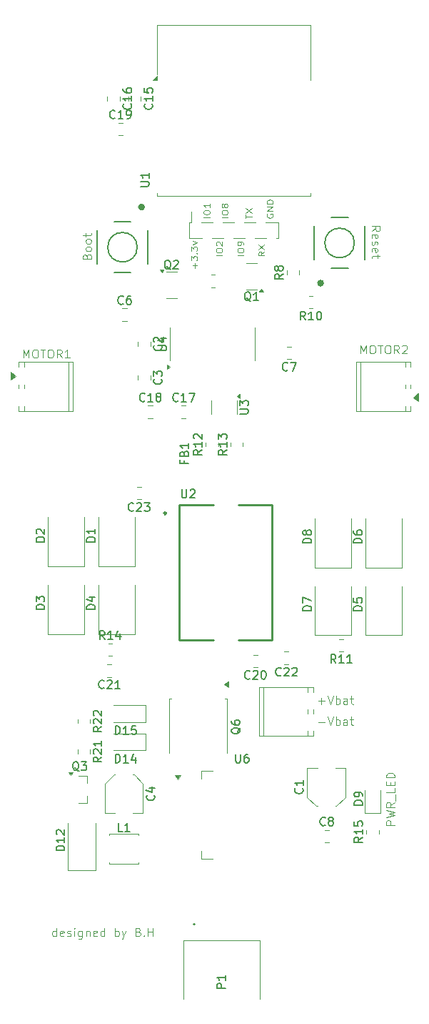
<source format=gbr>
%TF.GenerationSoftware,KiCad,Pcbnew,9.0.1*%
%TF.CreationDate,2025-07-20T14:02:16+01:00*%
%TF.ProjectId,pcb_suiveur,7063625f-7375-4697-9665-75722e6b6963,rev?*%
%TF.SameCoordinates,Original*%
%TF.FileFunction,Legend,Top*%
%TF.FilePolarity,Positive*%
%FSLAX46Y46*%
G04 Gerber Fmt 4.6, Leading zero omitted, Abs format (unit mm)*
G04 Created by KiCad (PCBNEW 9.0.1) date 2025-07-20 14:02:16*
%MOMM*%
%LPD*%
G01*
G04 APERTURE LIST*
%ADD10C,0.100000*%
%ADD11C,0.087500*%
%ADD12C,0.150000*%
%ADD13C,0.120000*%
%ADD14C,0.200000*%
%ADD15C,0.127000*%
%ADD16C,0.400000*%
%ADD17C,0.254000*%
G04 APERTURE END LIST*
D10*
X132848609Y-61362782D02*
X132896228Y-61219925D01*
X132896228Y-61219925D02*
X132943847Y-61172306D01*
X132943847Y-61172306D02*
X133039085Y-61124687D01*
X133039085Y-61124687D02*
X133181942Y-61124687D01*
X133181942Y-61124687D02*
X133277180Y-61172306D01*
X133277180Y-61172306D02*
X133324800Y-61219925D01*
X133324800Y-61219925D02*
X133372419Y-61315163D01*
X133372419Y-61315163D02*
X133372419Y-61696115D01*
X133372419Y-61696115D02*
X132372419Y-61696115D01*
X132372419Y-61696115D02*
X132372419Y-61362782D01*
X132372419Y-61362782D02*
X132420038Y-61267544D01*
X132420038Y-61267544D02*
X132467657Y-61219925D01*
X132467657Y-61219925D02*
X132562895Y-61172306D01*
X132562895Y-61172306D02*
X132658133Y-61172306D01*
X132658133Y-61172306D02*
X132753371Y-61219925D01*
X132753371Y-61219925D02*
X132800990Y-61267544D01*
X132800990Y-61267544D02*
X132848609Y-61362782D01*
X132848609Y-61362782D02*
X132848609Y-61696115D01*
X133372419Y-60553258D02*
X133324800Y-60648496D01*
X133324800Y-60648496D02*
X133277180Y-60696115D01*
X133277180Y-60696115D02*
X133181942Y-60743734D01*
X133181942Y-60743734D02*
X132896228Y-60743734D01*
X132896228Y-60743734D02*
X132800990Y-60696115D01*
X132800990Y-60696115D02*
X132753371Y-60648496D01*
X132753371Y-60648496D02*
X132705752Y-60553258D01*
X132705752Y-60553258D02*
X132705752Y-60410401D01*
X132705752Y-60410401D02*
X132753371Y-60315163D01*
X132753371Y-60315163D02*
X132800990Y-60267544D01*
X132800990Y-60267544D02*
X132896228Y-60219925D01*
X132896228Y-60219925D02*
X133181942Y-60219925D01*
X133181942Y-60219925D02*
X133277180Y-60267544D01*
X133277180Y-60267544D02*
X133324800Y-60315163D01*
X133324800Y-60315163D02*
X133372419Y-60410401D01*
X133372419Y-60410401D02*
X133372419Y-60553258D01*
X133372419Y-59648496D02*
X133324800Y-59743734D01*
X133324800Y-59743734D02*
X133277180Y-59791353D01*
X133277180Y-59791353D02*
X133181942Y-59838972D01*
X133181942Y-59838972D02*
X132896228Y-59838972D01*
X132896228Y-59838972D02*
X132800990Y-59791353D01*
X132800990Y-59791353D02*
X132753371Y-59743734D01*
X132753371Y-59743734D02*
X132705752Y-59648496D01*
X132705752Y-59648496D02*
X132705752Y-59505639D01*
X132705752Y-59505639D02*
X132753371Y-59410401D01*
X132753371Y-59410401D02*
X132800990Y-59362782D01*
X132800990Y-59362782D02*
X132896228Y-59315163D01*
X132896228Y-59315163D02*
X133181942Y-59315163D01*
X133181942Y-59315163D02*
X133277180Y-59362782D01*
X133277180Y-59362782D02*
X133324800Y-59410401D01*
X133324800Y-59410401D02*
X133372419Y-59505639D01*
X133372419Y-59505639D02*
X133372419Y-59648496D01*
X132705752Y-59029448D02*
X132705752Y-58648496D01*
X132372419Y-58886591D02*
X133229561Y-58886591D01*
X133229561Y-58886591D02*
X133324800Y-58838972D01*
X133324800Y-58838972D02*
X133372419Y-58743734D01*
X133372419Y-58743734D02*
X133372419Y-58648496D01*
D11*
X151709783Y-56866244D02*
X151709783Y-56409101D01*
X152409783Y-56637673D02*
X151709783Y-56637673D01*
X151709783Y-56218625D02*
X152409783Y-55685291D01*
X151709783Y-55685291D02*
X152409783Y-56218625D01*
X153909783Y-60794815D02*
X153576450Y-61061482D01*
X153909783Y-61251958D02*
X153209783Y-61251958D01*
X153209783Y-61251958D02*
X153209783Y-60947196D01*
X153209783Y-60947196D02*
X153243116Y-60871006D01*
X153243116Y-60871006D02*
X153276450Y-60832911D01*
X153276450Y-60832911D02*
X153343116Y-60794815D01*
X153343116Y-60794815D02*
X153443116Y-60794815D01*
X153443116Y-60794815D02*
X153509783Y-60832911D01*
X153509783Y-60832911D02*
X153543116Y-60871006D01*
X153543116Y-60871006D02*
X153576450Y-60947196D01*
X153576450Y-60947196D02*
X153576450Y-61251958D01*
X153209783Y-60528149D02*
X153909783Y-59994815D01*
X153209783Y-59994815D02*
X153909783Y-60528149D01*
X154243116Y-56332911D02*
X154209783Y-56409101D01*
X154209783Y-56409101D02*
X154209783Y-56523387D01*
X154209783Y-56523387D02*
X154243116Y-56637673D01*
X154243116Y-56637673D02*
X154309783Y-56713863D01*
X154309783Y-56713863D02*
X154376450Y-56751958D01*
X154376450Y-56751958D02*
X154509783Y-56790054D01*
X154509783Y-56790054D02*
X154609783Y-56790054D01*
X154609783Y-56790054D02*
X154743116Y-56751958D01*
X154743116Y-56751958D02*
X154809783Y-56713863D01*
X154809783Y-56713863D02*
X154876450Y-56637673D01*
X154876450Y-56637673D02*
X154909783Y-56523387D01*
X154909783Y-56523387D02*
X154909783Y-56447196D01*
X154909783Y-56447196D02*
X154876450Y-56332911D01*
X154876450Y-56332911D02*
X154843116Y-56294815D01*
X154843116Y-56294815D02*
X154609783Y-56294815D01*
X154609783Y-56294815D02*
X154609783Y-56447196D01*
X154909783Y-55951958D02*
X154209783Y-55951958D01*
X154209783Y-55951958D02*
X154909783Y-55494815D01*
X154909783Y-55494815D02*
X154209783Y-55494815D01*
X154909783Y-55113863D02*
X154209783Y-55113863D01*
X154209783Y-55113863D02*
X154209783Y-54923387D01*
X154209783Y-54923387D02*
X154243116Y-54809101D01*
X154243116Y-54809101D02*
X154309783Y-54732911D01*
X154309783Y-54732911D02*
X154376450Y-54694816D01*
X154376450Y-54694816D02*
X154509783Y-54656720D01*
X154509783Y-54656720D02*
X154609783Y-54656720D01*
X154609783Y-54656720D02*
X154743116Y-54694816D01*
X154743116Y-54694816D02*
X154809783Y-54732911D01*
X154809783Y-54732911D02*
X154876450Y-54809101D01*
X154876450Y-54809101D02*
X154909783Y-54923387D01*
X154909783Y-54923387D02*
X154909783Y-55113863D01*
X149544783Y-56751958D02*
X148844783Y-56751958D01*
X148844783Y-56218625D02*
X148844783Y-56066244D01*
X148844783Y-56066244D02*
X148878116Y-55990054D01*
X148878116Y-55990054D02*
X148944783Y-55913863D01*
X148944783Y-55913863D02*
X149078116Y-55875768D01*
X149078116Y-55875768D02*
X149311450Y-55875768D01*
X149311450Y-55875768D02*
X149444783Y-55913863D01*
X149444783Y-55913863D02*
X149511450Y-55990054D01*
X149511450Y-55990054D02*
X149544783Y-56066244D01*
X149544783Y-56066244D02*
X149544783Y-56218625D01*
X149544783Y-56218625D02*
X149511450Y-56294816D01*
X149511450Y-56294816D02*
X149444783Y-56371006D01*
X149444783Y-56371006D02*
X149311450Y-56409102D01*
X149311450Y-56409102D02*
X149078116Y-56409102D01*
X149078116Y-56409102D02*
X148944783Y-56371006D01*
X148944783Y-56371006D02*
X148878116Y-56294816D01*
X148878116Y-56294816D02*
X148844783Y-56218625D01*
X149144783Y-55418626D02*
X149111450Y-55494816D01*
X149111450Y-55494816D02*
X149078116Y-55532911D01*
X149078116Y-55532911D02*
X149011450Y-55571007D01*
X149011450Y-55571007D02*
X148978116Y-55571007D01*
X148978116Y-55571007D02*
X148911450Y-55532911D01*
X148911450Y-55532911D02*
X148878116Y-55494816D01*
X148878116Y-55494816D02*
X148844783Y-55418626D01*
X148844783Y-55418626D02*
X148844783Y-55266245D01*
X148844783Y-55266245D02*
X148878116Y-55190054D01*
X148878116Y-55190054D02*
X148911450Y-55151959D01*
X148911450Y-55151959D02*
X148978116Y-55113864D01*
X148978116Y-55113864D02*
X149011450Y-55113864D01*
X149011450Y-55113864D02*
X149078116Y-55151959D01*
X149078116Y-55151959D02*
X149111450Y-55190054D01*
X149111450Y-55190054D02*
X149144783Y-55266245D01*
X149144783Y-55266245D02*
X149144783Y-55418626D01*
X149144783Y-55418626D02*
X149178116Y-55494816D01*
X149178116Y-55494816D02*
X149211450Y-55532911D01*
X149211450Y-55532911D02*
X149278116Y-55571007D01*
X149278116Y-55571007D02*
X149411450Y-55571007D01*
X149411450Y-55571007D02*
X149478116Y-55532911D01*
X149478116Y-55532911D02*
X149511450Y-55494816D01*
X149511450Y-55494816D02*
X149544783Y-55418626D01*
X149544783Y-55418626D02*
X149544783Y-55266245D01*
X149544783Y-55266245D02*
X149511450Y-55190054D01*
X149511450Y-55190054D02*
X149478116Y-55151959D01*
X149478116Y-55151959D02*
X149411450Y-55113864D01*
X149411450Y-55113864D02*
X149278116Y-55113864D01*
X149278116Y-55113864D02*
X149211450Y-55151959D01*
X149211450Y-55151959D02*
X149178116Y-55190054D01*
X149178116Y-55190054D02*
X149144783Y-55266245D01*
D10*
X160303884Y-116491466D02*
X161065789Y-116491466D01*
X161399122Y-115872419D02*
X161732455Y-116872419D01*
X161732455Y-116872419D02*
X162065788Y-115872419D01*
X162399122Y-116872419D02*
X162399122Y-115872419D01*
X162399122Y-116253371D02*
X162494360Y-116205752D01*
X162494360Y-116205752D02*
X162684836Y-116205752D01*
X162684836Y-116205752D02*
X162780074Y-116253371D01*
X162780074Y-116253371D02*
X162827693Y-116300990D01*
X162827693Y-116300990D02*
X162875312Y-116396228D01*
X162875312Y-116396228D02*
X162875312Y-116681942D01*
X162875312Y-116681942D02*
X162827693Y-116777180D01*
X162827693Y-116777180D02*
X162780074Y-116824800D01*
X162780074Y-116824800D02*
X162684836Y-116872419D01*
X162684836Y-116872419D02*
X162494360Y-116872419D01*
X162494360Y-116872419D02*
X162399122Y-116824800D01*
X163732455Y-116872419D02*
X163732455Y-116348609D01*
X163732455Y-116348609D02*
X163684836Y-116253371D01*
X163684836Y-116253371D02*
X163589598Y-116205752D01*
X163589598Y-116205752D02*
X163399122Y-116205752D01*
X163399122Y-116205752D02*
X163303884Y-116253371D01*
X163732455Y-116824800D02*
X163637217Y-116872419D01*
X163637217Y-116872419D02*
X163399122Y-116872419D01*
X163399122Y-116872419D02*
X163303884Y-116824800D01*
X163303884Y-116824800D02*
X163256265Y-116729561D01*
X163256265Y-116729561D02*
X163256265Y-116634323D01*
X163256265Y-116634323D02*
X163303884Y-116539085D01*
X163303884Y-116539085D02*
X163399122Y-116491466D01*
X163399122Y-116491466D02*
X163637217Y-116491466D01*
X163637217Y-116491466D02*
X163732455Y-116443847D01*
X164065789Y-116205752D02*
X164446741Y-116205752D01*
X164208646Y-115872419D02*
X164208646Y-116729561D01*
X164208646Y-116729561D02*
X164256265Y-116824800D01*
X164256265Y-116824800D02*
X164351503Y-116872419D01*
X164351503Y-116872419D02*
X164446741Y-116872419D01*
X165303884Y-72872419D02*
X165303884Y-71872419D01*
X165303884Y-71872419D02*
X165637217Y-72586704D01*
X165637217Y-72586704D02*
X165970550Y-71872419D01*
X165970550Y-71872419D02*
X165970550Y-72872419D01*
X166637217Y-71872419D02*
X166827693Y-71872419D01*
X166827693Y-71872419D02*
X166922931Y-71920038D01*
X166922931Y-71920038D02*
X167018169Y-72015276D01*
X167018169Y-72015276D02*
X167065788Y-72205752D01*
X167065788Y-72205752D02*
X167065788Y-72539085D01*
X167065788Y-72539085D02*
X167018169Y-72729561D01*
X167018169Y-72729561D02*
X166922931Y-72824800D01*
X166922931Y-72824800D02*
X166827693Y-72872419D01*
X166827693Y-72872419D02*
X166637217Y-72872419D01*
X166637217Y-72872419D02*
X166541979Y-72824800D01*
X166541979Y-72824800D02*
X166446741Y-72729561D01*
X166446741Y-72729561D02*
X166399122Y-72539085D01*
X166399122Y-72539085D02*
X166399122Y-72205752D01*
X166399122Y-72205752D02*
X166446741Y-72015276D01*
X166446741Y-72015276D02*
X166541979Y-71920038D01*
X166541979Y-71920038D02*
X166637217Y-71872419D01*
X167351503Y-71872419D02*
X167922931Y-71872419D01*
X167637217Y-72872419D02*
X167637217Y-71872419D01*
X168446741Y-71872419D02*
X168637217Y-71872419D01*
X168637217Y-71872419D02*
X168732455Y-71920038D01*
X168732455Y-71920038D02*
X168827693Y-72015276D01*
X168827693Y-72015276D02*
X168875312Y-72205752D01*
X168875312Y-72205752D02*
X168875312Y-72539085D01*
X168875312Y-72539085D02*
X168827693Y-72729561D01*
X168827693Y-72729561D02*
X168732455Y-72824800D01*
X168732455Y-72824800D02*
X168637217Y-72872419D01*
X168637217Y-72872419D02*
X168446741Y-72872419D01*
X168446741Y-72872419D02*
X168351503Y-72824800D01*
X168351503Y-72824800D02*
X168256265Y-72729561D01*
X168256265Y-72729561D02*
X168208646Y-72539085D01*
X168208646Y-72539085D02*
X168208646Y-72205752D01*
X168208646Y-72205752D02*
X168256265Y-72015276D01*
X168256265Y-72015276D02*
X168351503Y-71920038D01*
X168351503Y-71920038D02*
X168446741Y-71872419D01*
X169875312Y-72872419D02*
X169541979Y-72396228D01*
X169303884Y-72872419D02*
X169303884Y-71872419D01*
X169303884Y-71872419D02*
X169684836Y-71872419D01*
X169684836Y-71872419D02*
X169780074Y-71920038D01*
X169780074Y-71920038D02*
X169827693Y-71967657D01*
X169827693Y-71967657D02*
X169875312Y-72062895D01*
X169875312Y-72062895D02*
X169875312Y-72205752D01*
X169875312Y-72205752D02*
X169827693Y-72300990D01*
X169827693Y-72300990D02*
X169780074Y-72348609D01*
X169780074Y-72348609D02*
X169684836Y-72396228D01*
X169684836Y-72396228D02*
X169303884Y-72396228D01*
X170256265Y-71967657D02*
X170303884Y-71920038D01*
X170303884Y-71920038D02*
X170399122Y-71872419D01*
X170399122Y-71872419D02*
X170637217Y-71872419D01*
X170637217Y-71872419D02*
X170732455Y-71920038D01*
X170732455Y-71920038D02*
X170780074Y-71967657D01*
X170780074Y-71967657D02*
X170827693Y-72062895D01*
X170827693Y-72062895D02*
X170827693Y-72158133D01*
X170827693Y-72158133D02*
X170780074Y-72300990D01*
X170780074Y-72300990D02*
X170208646Y-72872419D01*
X170208646Y-72872419D02*
X170827693Y-72872419D01*
X169372419Y-128696115D02*
X168372419Y-128696115D01*
X168372419Y-128696115D02*
X168372419Y-128315163D01*
X168372419Y-128315163D02*
X168420038Y-128219925D01*
X168420038Y-128219925D02*
X168467657Y-128172306D01*
X168467657Y-128172306D02*
X168562895Y-128124687D01*
X168562895Y-128124687D02*
X168705752Y-128124687D01*
X168705752Y-128124687D02*
X168800990Y-128172306D01*
X168800990Y-128172306D02*
X168848609Y-128219925D01*
X168848609Y-128219925D02*
X168896228Y-128315163D01*
X168896228Y-128315163D02*
X168896228Y-128696115D01*
X168372419Y-127791353D02*
X169372419Y-127553258D01*
X169372419Y-127553258D02*
X168658133Y-127362782D01*
X168658133Y-127362782D02*
X169372419Y-127172306D01*
X169372419Y-127172306D02*
X168372419Y-126934211D01*
X169372419Y-125981830D02*
X168896228Y-126315163D01*
X169372419Y-126553258D02*
X168372419Y-126553258D01*
X168372419Y-126553258D02*
X168372419Y-126172306D01*
X168372419Y-126172306D02*
X168420038Y-126077068D01*
X168420038Y-126077068D02*
X168467657Y-126029449D01*
X168467657Y-126029449D02*
X168562895Y-125981830D01*
X168562895Y-125981830D02*
X168705752Y-125981830D01*
X168705752Y-125981830D02*
X168800990Y-126029449D01*
X168800990Y-126029449D02*
X168848609Y-126077068D01*
X168848609Y-126077068D02*
X168896228Y-126172306D01*
X168896228Y-126172306D02*
X168896228Y-126553258D01*
X169467657Y-125791354D02*
X169467657Y-125029449D01*
X169372419Y-124315163D02*
X169372419Y-124791353D01*
X169372419Y-124791353D02*
X168372419Y-124791353D01*
X168848609Y-123981829D02*
X168848609Y-123648496D01*
X169372419Y-123505639D02*
X169372419Y-123981829D01*
X169372419Y-123981829D02*
X168372419Y-123981829D01*
X168372419Y-123981829D02*
X168372419Y-123505639D01*
X169372419Y-123077067D02*
X168372419Y-123077067D01*
X168372419Y-123077067D02*
X168372419Y-122838972D01*
X168372419Y-122838972D02*
X168420038Y-122696115D01*
X168420038Y-122696115D02*
X168515276Y-122600877D01*
X168515276Y-122600877D02*
X168610514Y-122553258D01*
X168610514Y-122553258D02*
X168800990Y-122505639D01*
X168800990Y-122505639D02*
X168943847Y-122505639D01*
X168943847Y-122505639D02*
X169134323Y-122553258D01*
X169134323Y-122553258D02*
X169229561Y-122600877D01*
X169229561Y-122600877D02*
X169324800Y-122696115D01*
X169324800Y-122696115D02*
X169372419Y-122838972D01*
X169372419Y-122838972D02*
X169372419Y-123077067D01*
X129232455Y-141872419D02*
X129232455Y-140872419D01*
X129232455Y-141824800D02*
X129137217Y-141872419D01*
X129137217Y-141872419D02*
X128946741Y-141872419D01*
X128946741Y-141872419D02*
X128851503Y-141824800D01*
X128851503Y-141824800D02*
X128803884Y-141777180D01*
X128803884Y-141777180D02*
X128756265Y-141681942D01*
X128756265Y-141681942D02*
X128756265Y-141396228D01*
X128756265Y-141396228D02*
X128803884Y-141300990D01*
X128803884Y-141300990D02*
X128851503Y-141253371D01*
X128851503Y-141253371D02*
X128946741Y-141205752D01*
X128946741Y-141205752D02*
X129137217Y-141205752D01*
X129137217Y-141205752D02*
X129232455Y-141253371D01*
X130089598Y-141824800D02*
X129994360Y-141872419D01*
X129994360Y-141872419D02*
X129803884Y-141872419D01*
X129803884Y-141872419D02*
X129708646Y-141824800D01*
X129708646Y-141824800D02*
X129661027Y-141729561D01*
X129661027Y-141729561D02*
X129661027Y-141348609D01*
X129661027Y-141348609D02*
X129708646Y-141253371D01*
X129708646Y-141253371D02*
X129803884Y-141205752D01*
X129803884Y-141205752D02*
X129994360Y-141205752D01*
X129994360Y-141205752D02*
X130089598Y-141253371D01*
X130089598Y-141253371D02*
X130137217Y-141348609D01*
X130137217Y-141348609D02*
X130137217Y-141443847D01*
X130137217Y-141443847D02*
X129661027Y-141539085D01*
X130518170Y-141824800D02*
X130613408Y-141872419D01*
X130613408Y-141872419D02*
X130803884Y-141872419D01*
X130803884Y-141872419D02*
X130899122Y-141824800D01*
X130899122Y-141824800D02*
X130946741Y-141729561D01*
X130946741Y-141729561D02*
X130946741Y-141681942D01*
X130946741Y-141681942D02*
X130899122Y-141586704D01*
X130899122Y-141586704D02*
X130803884Y-141539085D01*
X130803884Y-141539085D02*
X130661027Y-141539085D01*
X130661027Y-141539085D02*
X130565789Y-141491466D01*
X130565789Y-141491466D02*
X130518170Y-141396228D01*
X130518170Y-141396228D02*
X130518170Y-141348609D01*
X130518170Y-141348609D02*
X130565789Y-141253371D01*
X130565789Y-141253371D02*
X130661027Y-141205752D01*
X130661027Y-141205752D02*
X130803884Y-141205752D01*
X130803884Y-141205752D02*
X130899122Y-141253371D01*
X131375313Y-141872419D02*
X131375313Y-141205752D01*
X131375313Y-140872419D02*
X131327694Y-140920038D01*
X131327694Y-140920038D02*
X131375313Y-140967657D01*
X131375313Y-140967657D02*
X131422932Y-140920038D01*
X131422932Y-140920038D02*
X131375313Y-140872419D01*
X131375313Y-140872419D02*
X131375313Y-140967657D01*
X132280074Y-141205752D02*
X132280074Y-142015276D01*
X132280074Y-142015276D02*
X132232455Y-142110514D01*
X132232455Y-142110514D02*
X132184836Y-142158133D01*
X132184836Y-142158133D02*
X132089598Y-142205752D01*
X132089598Y-142205752D02*
X131946741Y-142205752D01*
X131946741Y-142205752D02*
X131851503Y-142158133D01*
X132280074Y-141824800D02*
X132184836Y-141872419D01*
X132184836Y-141872419D02*
X131994360Y-141872419D01*
X131994360Y-141872419D02*
X131899122Y-141824800D01*
X131899122Y-141824800D02*
X131851503Y-141777180D01*
X131851503Y-141777180D02*
X131803884Y-141681942D01*
X131803884Y-141681942D02*
X131803884Y-141396228D01*
X131803884Y-141396228D02*
X131851503Y-141300990D01*
X131851503Y-141300990D02*
X131899122Y-141253371D01*
X131899122Y-141253371D02*
X131994360Y-141205752D01*
X131994360Y-141205752D02*
X132184836Y-141205752D01*
X132184836Y-141205752D02*
X132280074Y-141253371D01*
X132756265Y-141205752D02*
X132756265Y-141872419D01*
X132756265Y-141300990D02*
X132803884Y-141253371D01*
X132803884Y-141253371D02*
X132899122Y-141205752D01*
X132899122Y-141205752D02*
X133041979Y-141205752D01*
X133041979Y-141205752D02*
X133137217Y-141253371D01*
X133137217Y-141253371D02*
X133184836Y-141348609D01*
X133184836Y-141348609D02*
X133184836Y-141872419D01*
X134041979Y-141824800D02*
X133946741Y-141872419D01*
X133946741Y-141872419D02*
X133756265Y-141872419D01*
X133756265Y-141872419D02*
X133661027Y-141824800D01*
X133661027Y-141824800D02*
X133613408Y-141729561D01*
X133613408Y-141729561D02*
X133613408Y-141348609D01*
X133613408Y-141348609D02*
X133661027Y-141253371D01*
X133661027Y-141253371D02*
X133756265Y-141205752D01*
X133756265Y-141205752D02*
X133946741Y-141205752D01*
X133946741Y-141205752D02*
X134041979Y-141253371D01*
X134041979Y-141253371D02*
X134089598Y-141348609D01*
X134089598Y-141348609D02*
X134089598Y-141443847D01*
X134089598Y-141443847D02*
X133613408Y-141539085D01*
X134946741Y-141872419D02*
X134946741Y-140872419D01*
X134946741Y-141824800D02*
X134851503Y-141872419D01*
X134851503Y-141872419D02*
X134661027Y-141872419D01*
X134661027Y-141872419D02*
X134565789Y-141824800D01*
X134565789Y-141824800D02*
X134518170Y-141777180D01*
X134518170Y-141777180D02*
X134470551Y-141681942D01*
X134470551Y-141681942D02*
X134470551Y-141396228D01*
X134470551Y-141396228D02*
X134518170Y-141300990D01*
X134518170Y-141300990D02*
X134565789Y-141253371D01*
X134565789Y-141253371D02*
X134661027Y-141205752D01*
X134661027Y-141205752D02*
X134851503Y-141205752D01*
X134851503Y-141205752D02*
X134946741Y-141253371D01*
X136184837Y-141872419D02*
X136184837Y-140872419D01*
X136184837Y-141253371D02*
X136280075Y-141205752D01*
X136280075Y-141205752D02*
X136470551Y-141205752D01*
X136470551Y-141205752D02*
X136565789Y-141253371D01*
X136565789Y-141253371D02*
X136613408Y-141300990D01*
X136613408Y-141300990D02*
X136661027Y-141396228D01*
X136661027Y-141396228D02*
X136661027Y-141681942D01*
X136661027Y-141681942D02*
X136613408Y-141777180D01*
X136613408Y-141777180D02*
X136565789Y-141824800D01*
X136565789Y-141824800D02*
X136470551Y-141872419D01*
X136470551Y-141872419D02*
X136280075Y-141872419D01*
X136280075Y-141872419D02*
X136184837Y-141824800D01*
X136994361Y-141205752D02*
X137232456Y-141872419D01*
X137470551Y-141205752D02*
X137232456Y-141872419D01*
X137232456Y-141872419D02*
X137137218Y-142110514D01*
X137137218Y-142110514D02*
X137089599Y-142158133D01*
X137089599Y-142158133D02*
X136994361Y-142205752D01*
X138946742Y-141348609D02*
X139089599Y-141396228D01*
X139089599Y-141396228D02*
X139137218Y-141443847D01*
X139137218Y-141443847D02*
X139184837Y-141539085D01*
X139184837Y-141539085D02*
X139184837Y-141681942D01*
X139184837Y-141681942D02*
X139137218Y-141777180D01*
X139137218Y-141777180D02*
X139089599Y-141824800D01*
X139089599Y-141824800D02*
X138994361Y-141872419D01*
X138994361Y-141872419D02*
X138613409Y-141872419D01*
X138613409Y-141872419D02*
X138613409Y-140872419D01*
X138613409Y-140872419D02*
X138946742Y-140872419D01*
X138946742Y-140872419D02*
X139041980Y-140920038D01*
X139041980Y-140920038D02*
X139089599Y-140967657D01*
X139089599Y-140967657D02*
X139137218Y-141062895D01*
X139137218Y-141062895D02*
X139137218Y-141158133D01*
X139137218Y-141158133D02*
X139089599Y-141253371D01*
X139089599Y-141253371D02*
X139041980Y-141300990D01*
X139041980Y-141300990D02*
X138946742Y-141348609D01*
X138946742Y-141348609D02*
X138613409Y-141348609D01*
X139613409Y-141777180D02*
X139661028Y-141824800D01*
X139661028Y-141824800D02*
X139613409Y-141872419D01*
X139613409Y-141872419D02*
X139565790Y-141824800D01*
X139565790Y-141824800D02*
X139613409Y-141777180D01*
X139613409Y-141777180D02*
X139613409Y-141872419D01*
X140089599Y-141872419D02*
X140089599Y-140872419D01*
X140089599Y-141348609D02*
X140661027Y-141348609D01*
X140661027Y-141872419D02*
X140661027Y-140872419D01*
X160303884Y-113991466D02*
X161065789Y-113991466D01*
X160684836Y-114372419D02*
X160684836Y-113610514D01*
X161399122Y-113372419D02*
X161732455Y-114372419D01*
X161732455Y-114372419D02*
X162065788Y-113372419D01*
X162399122Y-114372419D02*
X162399122Y-113372419D01*
X162399122Y-113753371D02*
X162494360Y-113705752D01*
X162494360Y-113705752D02*
X162684836Y-113705752D01*
X162684836Y-113705752D02*
X162780074Y-113753371D01*
X162780074Y-113753371D02*
X162827693Y-113800990D01*
X162827693Y-113800990D02*
X162875312Y-113896228D01*
X162875312Y-113896228D02*
X162875312Y-114181942D01*
X162875312Y-114181942D02*
X162827693Y-114277180D01*
X162827693Y-114277180D02*
X162780074Y-114324800D01*
X162780074Y-114324800D02*
X162684836Y-114372419D01*
X162684836Y-114372419D02*
X162494360Y-114372419D01*
X162494360Y-114372419D02*
X162399122Y-114324800D01*
X163732455Y-114372419D02*
X163732455Y-113848609D01*
X163732455Y-113848609D02*
X163684836Y-113753371D01*
X163684836Y-113753371D02*
X163589598Y-113705752D01*
X163589598Y-113705752D02*
X163399122Y-113705752D01*
X163399122Y-113705752D02*
X163303884Y-113753371D01*
X163732455Y-114324800D02*
X163637217Y-114372419D01*
X163637217Y-114372419D02*
X163399122Y-114372419D01*
X163399122Y-114372419D02*
X163303884Y-114324800D01*
X163303884Y-114324800D02*
X163256265Y-114229561D01*
X163256265Y-114229561D02*
X163256265Y-114134323D01*
X163256265Y-114134323D02*
X163303884Y-114039085D01*
X163303884Y-114039085D02*
X163399122Y-113991466D01*
X163399122Y-113991466D02*
X163637217Y-113991466D01*
X163637217Y-113991466D02*
X163732455Y-113943847D01*
X164065789Y-113705752D02*
X164446741Y-113705752D01*
X164208646Y-113372419D02*
X164208646Y-114229561D01*
X164208646Y-114229561D02*
X164256265Y-114324800D01*
X164256265Y-114324800D02*
X164351503Y-114372419D01*
X164351503Y-114372419D02*
X164446741Y-114372419D01*
X147409133Y-56743734D02*
X146709133Y-56743734D01*
X146709133Y-56210401D02*
X146709133Y-56058020D01*
X146709133Y-56058020D02*
X146742466Y-55981830D01*
X146742466Y-55981830D02*
X146809133Y-55905639D01*
X146809133Y-55905639D02*
X146942466Y-55867544D01*
X146942466Y-55867544D02*
X147175800Y-55867544D01*
X147175800Y-55867544D02*
X147309133Y-55905639D01*
X147309133Y-55905639D02*
X147375800Y-55981830D01*
X147375800Y-55981830D02*
X147409133Y-56058020D01*
X147409133Y-56058020D02*
X147409133Y-56210401D01*
X147409133Y-56210401D02*
X147375800Y-56286592D01*
X147375800Y-56286592D02*
X147309133Y-56362782D01*
X147309133Y-56362782D02*
X147175800Y-56400878D01*
X147175800Y-56400878D02*
X146942466Y-56400878D01*
X146942466Y-56400878D02*
X146809133Y-56362782D01*
X146809133Y-56362782D02*
X146742466Y-56286592D01*
X146742466Y-56286592D02*
X146709133Y-56210401D01*
X147409133Y-55105640D02*
X147409133Y-55562783D01*
X147409133Y-55334211D02*
X146709133Y-55334211D01*
X146709133Y-55334211D02*
X146809133Y-55410402D01*
X146809133Y-55410402D02*
X146875800Y-55486592D01*
X146875800Y-55486592D02*
X146909133Y-55562783D01*
X166627580Y-58375312D02*
X167103771Y-58041979D01*
X166627580Y-57803884D02*
X167627580Y-57803884D01*
X167627580Y-57803884D02*
X167627580Y-58184836D01*
X167627580Y-58184836D02*
X167579961Y-58280074D01*
X167579961Y-58280074D02*
X167532342Y-58327693D01*
X167532342Y-58327693D02*
X167437104Y-58375312D01*
X167437104Y-58375312D02*
X167294247Y-58375312D01*
X167294247Y-58375312D02*
X167199009Y-58327693D01*
X167199009Y-58327693D02*
X167151390Y-58280074D01*
X167151390Y-58280074D02*
X167103771Y-58184836D01*
X167103771Y-58184836D02*
X167103771Y-57803884D01*
X166675200Y-59184836D02*
X166627580Y-59089598D01*
X166627580Y-59089598D02*
X166627580Y-58899122D01*
X166627580Y-58899122D02*
X166675200Y-58803884D01*
X166675200Y-58803884D02*
X166770438Y-58756265D01*
X166770438Y-58756265D02*
X167151390Y-58756265D01*
X167151390Y-58756265D02*
X167246628Y-58803884D01*
X167246628Y-58803884D02*
X167294247Y-58899122D01*
X167294247Y-58899122D02*
X167294247Y-59089598D01*
X167294247Y-59089598D02*
X167246628Y-59184836D01*
X167246628Y-59184836D02*
X167151390Y-59232455D01*
X167151390Y-59232455D02*
X167056152Y-59232455D01*
X167056152Y-59232455D02*
X166960914Y-58756265D01*
X166675200Y-59613408D02*
X166627580Y-59708646D01*
X166627580Y-59708646D02*
X166627580Y-59899122D01*
X166627580Y-59899122D02*
X166675200Y-59994360D01*
X166675200Y-59994360D02*
X166770438Y-60041979D01*
X166770438Y-60041979D02*
X166818057Y-60041979D01*
X166818057Y-60041979D02*
X166913295Y-59994360D01*
X166913295Y-59994360D02*
X166960914Y-59899122D01*
X166960914Y-59899122D02*
X166960914Y-59756265D01*
X166960914Y-59756265D02*
X167008533Y-59661027D01*
X167008533Y-59661027D02*
X167103771Y-59613408D01*
X167103771Y-59613408D02*
X167151390Y-59613408D01*
X167151390Y-59613408D02*
X167246628Y-59661027D01*
X167246628Y-59661027D02*
X167294247Y-59756265D01*
X167294247Y-59756265D02*
X167294247Y-59899122D01*
X167294247Y-59899122D02*
X167246628Y-59994360D01*
X166675200Y-60851503D02*
X166627580Y-60756265D01*
X166627580Y-60756265D02*
X166627580Y-60565789D01*
X166627580Y-60565789D02*
X166675200Y-60470551D01*
X166675200Y-60470551D02*
X166770438Y-60422932D01*
X166770438Y-60422932D02*
X167151390Y-60422932D01*
X167151390Y-60422932D02*
X167246628Y-60470551D01*
X167246628Y-60470551D02*
X167294247Y-60565789D01*
X167294247Y-60565789D02*
X167294247Y-60756265D01*
X167294247Y-60756265D02*
X167246628Y-60851503D01*
X167246628Y-60851503D02*
X167151390Y-60899122D01*
X167151390Y-60899122D02*
X167056152Y-60899122D01*
X167056152Y-60899122D02*
X166960914Y-60422932D01*
X167294247Y-61184837D02*
X167294247Y-61565789D01*
X167627580Y-61327694D02*
X166770438Y-61327694D01*
X166770438Y-61327694D02*
X166675200Y-61375313D01*
X166675200Y-61375313D02*
X166627580Y-61470551D01*
X166627580Y-61470551D02*
X166627580Y-61565789D01*
D11*
X148909783Y-61251958D02*
X148209783Y-61251958D01*
X148209783Y-60718625D02*
X148209783Y-60566244D01*
X148209783Y-60566244D02*
X148243116Y-60490054D01*
X148243116Y-60490054D02*
X148309783Y-60413863D01*
X148309783Y-60413863D02*
X148443116Y-60375768D01*
X148443116Y-60375768D02*
X148676450Y-60375768D01*
X148676450Y-60375768D02*
X148809783Y-60413863D01*
X148809783Y-60413863D02*
X148876450Y-60490054D01*
X148876450Y-60490054D02*
X148909783Y-60566244D01*
X148909783Y-60566244D02*
X148909783Y-60718625D01*
X148909783Y-60718625D02*
X148876450Y-60794816D01*
X148876450Y-60794816D02*
X148809783Y-60871006D01*
X148809783Y-60871006D02*
X148676450Y-60909102D01*
X148676450Y-60909102D02*
X148443116Y-60909102D01*
X148443116Y-60909102D02*
X148309783Y-60871006D01*
X148309783Y-60871006D02*
X148243116Y-60794816D01*
X148243116Y-60794816D02*
X148209783Y-60718625D01*
X148276450Y-60071007D02*
X148243116Y-60032911D01*
X148243116Y-60032911D02*
X148209783Y-59956721D01*
X148209783Y-59956721D02*
X148209783Y-59766245D01*
X148209783Y-59766245D02*
X148243116Y-59690054D01*
X148243116Y-59690054D02*
X148276450Y-59651959D01*
X148276450Y-59651959D02*
X148343116Y-59613864D01*
X148343116Y-59613864D02*
X148409783Y-59613864D01*
X148409783Y-59613864D02*
X148509783Y-59651959D01*
X148509783Y-59651959D02*
X148909783Y-60109102D01*
X148909783Y-60109102D02*
X148909783Y-59613864D01*
X145643116Y-62751958D02*
X145643116Y-62142435D01*
X145909783Y-62447196D02*
X145376450Y-62447196D01*
X145209783Y-61837673D02*
X145209783Y-61342435D01*
X145209783Y-61342435D02*
X145476450Y-61609101D01*
X145476450Y-61609101D02*
X145476450Y-61494816D01*
X145476450Y-61494816D02*
X145509783Y-61418625D01*
X145509783Y-61418625D02*
X145543116Y-61380530D01*
X145543116Y-61380530D02*
X145609783Y-61342435D01*
X145609783Y-61342435D02*
X145776450Y-61342435D01*
X145776450Y-61342435D02*
X145843116Y-61380530D01*
X145843116Y-61380530D02*
X145876450Y-61418625D01*
X145876450Y-61418625D02*
X145909783Y-61494816D01*
X145909783Y-61494816D02*
X145909783Y-61723387D01*
X145909783Y-61723387D02*
X145876450Y-61799578D01*
X145876450Y-61799578D02*
X145843116Y-61837673D01*
X145843116Y-60999577D02*
X145876450Y-60961482D01*
X145876450Y-60961482D02*
X145909783Y-60999577D01*
X145909783Y-60999577D02*
X145876450Y-61037673D01*
X145876450Y-61037673D02*
X145843116Y-60999577D01*
X145843116Y-60999577D02*
X145909783Y-60999577D01*
X145209783Y-60694816D02*
X145209783Y-60199578D01*
X145209783Y-60199578D02*
X145476450Y-60466244D01*
X145476450Y-60466244D02*
X145476450Y-60351959D01*
X145476450Y-60351959D02*
X145509783Y-60275768D01*
X145509783Y-60275768D02*
X145543116Y-60237673D01*
X145543116Y-60237673D02*
X145609783Y-60199578D01*
X145609783Y-60199578D02*
X145776450Y-60199578D01*
X145776450Y-60199578D02*
X145843116Y-60237673D01*
X145843116Y-60237673D02*
X145876450Y-60275768D01*
X145876450Y-60275768D02*
X145909783Y-60351959D01*
X145909783Y-60351959D02*
X145909783Y-60580530D01*
X145909783Y-60580530D02*
X145876450Y-60656721D01*
X145876450Y-60656721D02*
X145843116Y-60694816D01*
X145443116Y-59932911D02*
X145909783Y-59742435D01*
X145909783Y-59742435D02*
X145443116Y-59551958D01*
D10*
X125303884Y-73372419D02*
X125303884Y-72372419D01*
X125303884Y-72372419D02*
X125637217Y-73086704D01*
X125637217Y-73086704D02*
X125970550Y-72372419D01*
X125970550Y-72372419D02*
X125970550Y-73372419D01*
X126637217Y-72372419D02*
X126827693Y-72372419D01*
X126827693Y-72372419D02*
X126922931Y-72420038D01*
X126922931Y-72420038D02*
X127018169Y-72515276D01*
X127018169Y-72515276D02*
X127065788Y-72705752D01*
X127065788Y-72705752D02*
X127065788Y-73039085D01*
X127065788Y-73039085D02*
X127018169Y-73229561D01*
X127018169Y-73229561D02*
X126922931Y-73324800D01*
X126922931Y-73324800D02*
X126827693Y-73372419D01*
X126827693Y-73372419D02*
X126637217Y-73372419D01*
X126637217Y-73372419D02*
X126541979Y-73324800D01*
X126541979Y-73324800D02*
X126446741Y-73229561D01*
X126446741Y-73229561D02*
X126399122Y-73039085D01*
X126399122Y-73039085D02*
X126399122Y-72705752D01*
X126399122Y-72705752D02*
X126446741Y-72515276D01*
X126446741Y-72515276D02*
X126541979Y-72420038D01*
X126541979Y-72420038D02*
X126637217Y-72372419D01*
X127351503Y-72372419D02*
X127922931Y-72372419D01*
X127637217Y-73372419D02*
X127637217Y-72372419D01*
X128446741Y-72372419D02*
X128637217Y-72372419D01*
X128637217Y-72372419D02*
X128732455Y-72420038D01*
X128732455Y-72420038D02*
X128827693Y-72515276D01*
X128827693Y-72515276D02*
X128875312Y-72705752D01*
X128875312Y-72705752D02*
X128875312Y-73039085D01*
X128875312Y-73039085D02*
X128827693Y-73229561D01*
X128827693Y-73229561D02*
X128732455Y-73324800D01*
X128732455Y-73324800D02*
X128637217Y-73372419D01*
X128637217Y-73372419D02*
X128446741Y-73372419D01*
X128446741Y-73372419D02*
X128351503Y-73324800D01*
X128351503Y-73324800D02*
X128256265Y-73229561D01*
X128256265Y-73229561D02*
X128208646Y-73039085D01*
X128208646Y-73039085D02*
X128208646Y-72705752D01*
X128208646Y-72705752D02*
X128256265Y-72515276D01*
X128256265Y-72515276D02*
X128351503Y-72420038D01*
X128351503Y-72420038D02*
X128446741Y-72372419D01*
X129875312Y-73372419D02*
X129541979Y-72896228D01*
X129303884Y-73372419D02*
X129303884Y-72372419D01*
X129303884Y-72372419D02*
X129684836Y-72372419D01*
X129684836Y-72372419D02*
X129780074Y-72420038D01*
X129780074Y-72420038D02*
X129827693Y-72467657D01*
X129827693Y-72467657D02*
X129875312Y-72562895D01*
X129875312Y-72562895D02*
X129875312Y-72705752D01*
X129875312Y-72705752D02*
X129827693Y-72800990D01*
X129827693Y-72800990D02*
X129780074Y-72848609D01*
X129780074Y-72848609D02*
X129684836Y-72896228D01*
X129684836Y-72896228D02*
X129303884Y-72896228D01*
X130827693Y-73372419D02*
X130256265Y-73372419D01*
X130541979Y-73372419D02*
X130541979Y-72372419D01*
X130541979Y-72372419D02*
X130446741Y-72515276D01*
X130446741Y-72515276D02*
X130351503Y-72610514D01*
X130351503Y-72610514D02*
X130256265Y-72658133D01*
D11*
X151409783Y-61251958D02*
X150709783Y-61251958D01*
X150709783Y-60718625D02*
X150709783Y-60566244D01*
X150709783Y-60566244D02*
X150743116Y-60490054D01*
X150743116Y-60490054D02*
X150809783Y-60413863D01*
X150809783Y-60413863D02*
X150943116Y-60375768D01*
X150943116Y-60375768D02*
X151176450Y-60375768D01*
X151176450Y-60375768D02*
X151309783Y-60413863D01*
X151309783Y-60413863D02*
X151376450Y-60490054D01*
X151376450Y-60490054D02*
X151409783Y-60566244D01*
X151409783Y-60566244D02*
X151409783Y-60718625D01*
X151409783Y-60718625D02*
X151376450Y-60794816D01*
X151376450Y-60794816D02*
X151309783Y-60871006D01*
X151309783Y-60871006D02*
X151176450Y-60909102D01*
X151176450Y-60909102D02*
X150943116Y-60909102D01*
X150943116Y-60909102D02*
X150809783Y-60871006D01*
X150809783Y-60871006D02*
X150743116Y-60794816D01*
X150743116Y-60794816D02*
X150709783Y-60718625D01*
X151409783Y-59994816D02*
X151409783Y-59842435D01*
X151409783Y-59842435D02*
X151376450Y-59766245D01*
X151376450Y-59766245D02*
X151343116Y-59728149D01*
X151343116Y-59728149D02*
X151243116Y-59651959D01*
X151243116Y-59651959D02*
X151109783Y-59613864D01*
X151109783Y-59613864D02*
X150843116Y-59613864D01*
X150843116Y-59613864D02*
X150776450Y-59651959D01*
X150776450Y-59651959D02*
X150743116Y-59690054D01*
X150743116Y-59690054D02*
X150709783Y-59766245D01*
X150709783Y-59766245D02*
X150709783Y-59918626D01*
X150709783Y-59918626D02*
X150743116Y-59994816D01*
X150743116Y-59994816D02*
X150776450Y-60032911D01*
X150776450Y-60032911D02*
X150843116Y-60071007D01*
X150843116Y-60071007D02*
X151009783Y-60071007D01*
X151009783Y-60071007D02*
X151076450Y-60032911D01*
X151076450Y-60032911D02*
X151109783Y-59994816D01*
X151109783Y-59994816D02*
X151143116Y-59918626D01*
X151143116Y-59918626D02*
X151143116Y-59766245D01*
X151143116Y-59766245D02*
X151109783Y-59690054D01*
X151109783Y-59690054D02*
X151076450Y-59651959D01*
X151076450Y-59651959D02*
X151009783Y-59613864D01*
D12*
X133829819Y-103148094D02*
X132829819Y-103148094D01*
X132829819Y-103148094D02*
X132829819Y-102909999D01*
X132829819Y-102909999D02*
X132877438Y-102767142D01*
X132877438Y-102767142D02*
X132972676Y-102671904D01*
X132972676Y-102671904D02*
X133067914Y-102624285D01*
X133067914Y-102624285D02*
X133258390Y-102576666D01*
X133258390Y-102576666D02*
X133401247Y-102576666D01*
X133401247Y-102576666D02*
X133591723Y-102624285D01*
X133591723Y-102624285D02*
X133686961Y-102671904D01*
X133686961Y-102671904D02*
X133782200Y-102767142D01*
X133782200Y-102767142D02*
X133829819Y-102909999D01*
X133829819Y-102909999D02*
X133829819Y-103148094D01*
X133163152Y-101719523D02*
X133829819Y-101719523D01*
X132782200Y-101957618D02*
X133496485Y-102195713D01*
X133496485Y-102195713D02*
X133496485Y-101576666D01*
X165554819Y-130142857D02*
X165078628Y-130476190D01*
X165554819Y-130714285D02*
X164554819Y-130714285D01*
X164554819Y-130714285D02*
X164554819Y-130333333D01*
X164554819Y-130333333D02*
X164602438Y-130238095D01*
X164602438Y-130238095D02*
X164650057Y-130190476D01*
X164650057Y-130190476D02*
X164745295Y-130142857D01*
X164745295Y-130142857D02*
X164888152Y-130142857D01*
X164888152Y-130142857D02*
X164983390Y-130190476D01*
X164983390Y-130190476D02*
X165031009Y-130238095D01*
X165031009Y-130238095D02*
X165078628Y-130333333D01*
X165078628Y-130333333D02*
X165078628Y-130714285D01*
X165554819Y-129190476D02*
X165554819Y-129761904D01*
X165554819Y-129476190D02*
X164554819Y-129476190D01*
X164554819Y-129476190D02*
X164697676Y-129571428D01*
X164697676Y-129571428D02*
X164792914Y-129666666D01*
X164792914Y-129666666D02*
X164840533Y-129761904D01*
X164554819Y-128285714D02*
X164554819Y-128761904D01*
X164554819Y-128761904D02*
X165031009Y-128809523D01*
X165031009Y-128809523D02*
X164983390Y-128761904D01*
X164983390Y-128761904D02*
X164935771Y-128666666D01*
X164935771Y-128666666D02*
X164935771Y-128428571D01*
X164935771Y-128428571D02*
X164983390Y-128333333D01*
X164983390Y-128333333D02*
X165031009Y-128285714D01*
X165031009Y-128285714D02*
X165126247Y-128238095D01*
X165126247Y-128238095D02*
X165364342Y-128238095D01*
X165364342Y-128238095D02*
X165459580Y-128285714D01*
X165459580Y-128285714D02*
X165507200Y-128333333D01*
X165507200Y-128333333D02*
X165554819Y-128428571D01*
X165554819Y-128428571D02*
X165554819Y-128666666D01*
X165554819Y-128666666D02*
X165507200Y-128761904D01*
X165507200Y-128761904D02*
X165459580Y-128809523D01*
X140809580Y-125166666D02*
X140857200Y-125214285D01*
X140857200Y-125214285D02*
X140904819Y-125357142D01*
X140904819Y-125357142D02*
X140904819Y-125452380D01*
X140904819Y-125452380D02*
X140857200Y-125595237D01*
X140857200Y-125595237D02*
X140761961Y-125690475D01*
X140761961Y-125690475D02*
X140666723Y-125738094D01*
X140666723Y-125738094D02*
X140476247Y-125785713D01*
X140476247Y-125785713D02*
X140333390Y-125785713D01*
X140333390Y-125785713D02*
X140142914Y-125738094D01*
X140142914Y-125738094D02*
X140047676Y-125690475D01*
X140047676Y-125690475D02*
X139952438Y-125595237D01*
X139952438Y-125595237D02*
X139904819Y-125452380D01*
X139904819Y-125452380D02*
X139904819Y-125357142D01*
X139904819Y-125357142D02*
X139952438Y-125214285D01*
X139952438Y-125214285D02*
X140000057Y-125166666D01*
X140238152Y-124309523D02*
X140904819Y-124309523D01*
X139857200Y-124547618D02*
X140571485Y-124785713D01*
X140571485Y-124785713D02*
X140571485Y-124166666D01*
X156129819Y-63441666D02*
X155653628Y-63774999D01*
X156129819Y-64013094D02*
X155129819Y-64013094D01*
X155129819Y-64013094D02*
X155129819Y-63632142D01*
X155129819Y-63632142D02*
X155177438Y-63536904D01*
X155177438Y-63536904D02*
X155225057Y-63489285D01*
X155225057Y-63489285D02*
X155320295Y-63441666D01*
X155320295Y-63441666D02*
X155463152Y-63441666D01*
X155463152Y-63441666D02*
X155558390Y-63489285D01*
X155558390Y-63489285D02*
X155606009Y-63536904D01*
X155606009Y-63536904D02*
X155653628Y-63632142D01*
X155653628Y-63632142D02*
X155653628Y-64013094D01*
X155558390Y-62870237D02*
X155510771Y-62965475D01*
X155510771Y-62965475D02*
X155463152Y-63013094D01*
X155463152Y-63013094D02*
X155367914Y-63060713D01*
X155367914Y-63060713D02*
X155320295Y-63060713D01*
X155320295Y-63060713D02*
X155225057Y-63013094D01*
X155225057Y-63013094D02*
X155177438Y-62965475D01*
X155177438Y-62965475D02*
X155129819Y-62870237D01*
X155129819Y-62870237D02*
X155129819Y-62679761D01*
X155129819Y-62679761D02*
X155177438Y-62584523D01*
X155177438Y-62584523D02*
X155225057Y-62536904D01*
X155225057Y-62536904D02*
X155320295Y-62489285D01*
X155320295Y-62489285D02*
X155367914Y-62489285D01*
X155367914Y-62489285D02*
X155463152Y-62536904D01*
X155463152Y-62536904D02*
X155510771Y-62584523D01*
X155510771Y-62584523D02*
X155558390Y-62679761D01*
X155558390Y-62679761D02*
X155558390Y-62870237D01*
X155558390Y-62870237D02*
X155606009Y-62965475D01*
X155606009Y-62965475D02*
X155653628Y-63013094D01*
X155653628Y-63013094D02*
X155748866Y-63060713D01*
X155748866Y-63060713D02*
X155939342Y-63060713D01*
X155939342Y-63060713D02*
X156034580Y-63013094D01*
X156034580Y-63013094D02*
X156082200Y-62965475D01*
X156082200Y-62965475D02*
X156129819Y-62870237D01*
X156129819Y-62870237D02*
X156129819Y-62679761D01*
X156129819Y-62679761D02*
X156082200Y-62584523D01*
X156082200Y-62584523D02*
X156034580Y-62536904D01*
X156034580Y-62536904D02*
X155939342Y-62489285D01*
X155939342Y-62489285D02*
X155748866Y-62489285D01*
X155748866Y-62489285D02*
X155653628Y-62536904D01*
X155653628Y-62536904D02*
X155606009Y-62584523D01*
X155606009Y-62584523D02*
X155558390Y-62679761D01*
X137158333Y-66954580D02*
X137110714Y-67002200D01*
X137110714Y-67002200D02*
X136967857Y-67049819D01*
X136967857Y-67049819D02*
X136872619Y-67049819D01*
X136872619Y-67049819D02*
X136729762Y-67002200D01*
X136729762Y-67002200D02*
X136634524Y-66906961D01*
X136634524Y-66906961D02*
X136586905Y-66811723D01*
X136586905Y-66811723D02*
X136539286Y-66621247D01*
X136539286Y-66621247D02*
X136539286Y-66478390D01*
X136539286Y-66478390D02*
X136586905Y-66287914D01*
X136586905Y-66287914D02*
X136634524Y-66192676D01*
X136634524Y-66192676D02*
X136729762Y-66097438D01*
X136729762Y-66097438D02*
X136872619Y-66049819D01*
X136872619Y-66049819D02*
X136967857Y-66049819D01*
X136967857Y-66049819D02*
X137110714Y-66097438D01*
X137110714Y-66097438D02*
X137158333Y-66145057D01*
X138015476Y-66049819D02*
X137825000Y-66049819D01*
X137825000Y-66049819D02*
X137729762Y-66097438D01*
X137729762Y-66097438D02*
X137682143Y-66145057D01*
X137682143Y-66145057D02*
X137586905Y-66287914D01*
X137586905Y-66287914D02*
X137539286Y-66478390D01*
X137539286Y-66478390D02*
X137539286Y-66859342D01*
X137539286Y-66859342D02*
X137586905Y-66954580D01*
X137586905Y-66954580D02*
X137634524Y-67002200D01*
X137634524Y-67002200D02*
X137729762Y-67049819D01*
X137729762Y-67049819D02*
X137920238Y-67049819D01*
X137920238Y-67049819D02*
X138015476Y-67002200D01*
X138015476Y-67002200D02*
X138063095Y-66954580D01*
X138063095Y-66954580D02*
X138110714Y-66859342D01*
X138110714Y-66859342D02*
X138110714Y-66621247D01*
X138110714Y-66621247D02*
X138063095Y-66526009D01*
X138063095Y-66526009D02*
X138015476Y-66478390D01*
X138015476Y-66478390D02*
X137920238Y-66430771D01*
X137920238Y-66430771D02*
X137729762Y-66430771D01*
X137729762Y-66430771D02*
X137634524Y-66478390D01*
X137634524Y-66478390D02*
X137586905Y-66526009D01*
X137586905Y-66526009D02*
X137539286Y-66621247D01*
X155882142Y-110949580D02*
X155834523Y-110997200D01*
X155834523Y-110997200D02*
X155691666Y-111044819D01*
X155691666Y-111044819D02*
X155596428Y-111044819D01*
X155596428Y-111044819D02*
X155453571Y-110997200D01*
X155453571Y-110997200D02*
X155358333Y-110901961D01*
X155358333Y-110901961D02*
X155310714Y-110806723D01*
X155310714Y-110806723D02*
X155263095Y-110616247D01*
X155263095Y-110616247D02*
X155263095Y-110473390D01*
X155263095Y-110473390D02*
X155310714Y-110282914D01*
X155310714Y-110282914D02*
X155358333Y-110187676D01*
X155358333Y-110187676D02*
X155453571Y-110092438D01*
X155453571Y-110092438D02*
X155596428Y-110044819D01*
X155596428Y-110044819D02*
X155691666Y-110044819D01*
X155691666Y-110044819D02*
X155834523Y-110092438D01*
X155834523Y-110092438D02*
X155882142Y-110140057D01*
X156263095Y-110140057D02*
X156310714Y-110092438D01*
X156310714Y-110092438D02*
X156405952Y-110044819D01*
X156405952Y-110044819D02*
X156644047Y-110044819D01*
X156644047Y-110044819D02*
X156739285Y-110092438D01*
X156739285Y-110092438D02*
X156786904Y-110140057D01*
X156786904Y-110140057D02*
X156834523Y-110235295D01*
X156834523Y-110235295D02*
X156834523Y-110330533D01*
X156834523Y-110330533D02*
X156786904Y-110473390D01*
X156786904Y-110473390D02*
X156215476Y-111044819D01*
X156215476Y-111044819D02*
X156834523Y-111044819D01*
X157215476Y-110140057D02*
X157263095Y-110092438D01*
X157263095Y-110092438D02*
X157358333Y-110044819D01*
X157358333Y-110044819D02*
X157596428Y-110044819D01*
X157596428Y-110044819D02*
X157691666Y-110092438D01*
X157691666Y-110092438D02*
X157739285Y-110140057D01*
X157739285Y-110140057D02*
X157786904Y-110235295D01*
X157786904Y-110235295D02*
X157786904Y-110330533D01*
X157786904Y-110330533D02*
X157739285Y-110473390D01*
X157739285Y-110473390D02*
X157167857Y-111044819D01*
X157167857Y-111044819D02*
X157786904Y-111044819D01*
X130204819Y-131714285D02*
X129204819Y-131714285D01*
X129204819Y-131714285D02*
X129204819Y-131476190D01*
X129204819Y-131476190D02*
X129252438Y-131333333D01*
X129252438Y-131333333D02*
X129347676Y-131238095D01*
X129347676Y-131238095D02*
X129442914Y-131190476D01*
X129442914Y-131190476D02*
X129633390Y-131142857D01*
X129633390Y-131142857D02*
X129776247Y-131142857D01*
X129776247Y-131142857D02*
X129966723Y-131190476D01*
X129966723Y-131190476D02*
X130061961Y-131238095D01*
X130061961Y-131238095D02*
X130157200Y-131333333D01*
X130157200Y-131333333D02*
X130204819Y-131476190D01*
X130204819Y-131476190D02*
X130204819Y-131714285D01*
X130204819Y-130190476D02*
X130204819Y-130761904D01*
X130204819Y-130476190D02*
X129204819Y-130476190D01*
X129204819Y-130476190D02*
X129347676Y-130571428D01*
X129347676Y-130571428D02*
X129442914Y-130666666D01*
X129442914Y-130666666D02*
X129490533Y-130761904D01*
X129300057Y-129809523D02*
X129252438Y-129761904D01*
X129252438Y-129761904D02*
X129204819Y-129666666D01*
X129204819Y-129666666D02*
X129204819Y-129428571D01*
X129204819Y-129428571D02*
X129252438Y-129333333D01*
X129252438Y-129333333D02*
X129300057Y-129285714D01*
X129300057Y-129285714D02*
X129395295Y-129238095D01*
X129395295Y-129238095D02*
X129490533Y-129238095D01*
X129490533Y-129238095D02*
X129633390Y-129285714D01*
X129633390Y-129285714D02*
X130204819Y-129857142D01*
X130204819Y-129857142D02*
X130204819Y-129238095D01*
X141284819Y-72511904D02*
X142094342Y-72511904D01*
X142094342Y-72511904D02*
X142189580Y-72464285D01*
X142189580Y-72464285D02*
X142237200Y-72416666D01*
X142237200Y-72416666D02*
X142284819Y-72321428D01*
X142284819Y-72321428D02*
X142284819Y-72130952D01*
X142284819Y-72130952D02*
X142237200Y-72035714D01*
X142237200Y-72035714D02*
X142189580Y-71988095D01*
X142189580Y-71988095D02*
X142094342Y-71940476D01*
X142094342Y-71940476D02*
X141284819Y-71940476D01*
X141618152Y-71035714D02*
X142284819Y-71035714D01*
X141237200Y-71273809D02*
X141951485Y-71511904D01*
X141951485Y-71511904D02*
X141951485Y-70892857D01*
X162382142Y-109514819D02*
X162048809Y-109038628D01*
X161810714Y-109514819D02*
X161810714Y-108514819D01*
X161810714Y-108514819D02*
X162191666Y-108514819D01*
X162191666Y-108514819D02*
X162286904Y-108562438D01*
X162286904Y-108562438D02*
X162334523Y-108610057D01*
X162334523Y-108610057D02*
X162382142Y-108705295D01*
X162382142Y-108705295D02*
X162382142Y-108848152D01*
X162382142Y-108848152D02*
X162334523Y-108943390D01*
X162334523Y-108943390D02*
X162286904Y-108991009D01*
X162286904Y-108991009D02*
X162191666Y-109038628D01*
X162191666Y-109038628D02*
X161810714Y-109038628D01*
X163334523Y-109514819D02*
X162763095Y-109514819D01*
X163048809Y-109514819D02*
X163048809Y-108514819D01*
X163048809Y-108514819D02*
X162953571Y-108657676D01*
X162953571Y-108657676D02*
X162858333Y-108752914D01*
X162858333Y-108752914D02*
X162763095Y-108800533D01*
X164286904Y-109514819D02*
X163715476Y-109514819D01*
X164001190Y-109514819D02*
X164001190Y-108514819D01*
X164001190Y-108514819D02*
X163905952Y-108657676D01*
X163905952Y-108657676D02*
X163810714Y-108752914D01*
X163810714Y-108752914D02*
X163715476Y-108800533D01*
X149279819Y-148013094D02*
X148279819Y-148013094D01*
X148279819Y-148013094D02*
X148279819Y-147632142D01*
X148279819Y-147632142D02*
X148327438Y-147536904D01*
X148327438Y-147536904D02*
X148375057Y-147489285D01*
X148375057Y-147489285D02*
X148470295Y-147441666D01*
X148470295Y-147441666D02*
X148613152Y-147441666D01*
X148613152Y-147441666D02*
X148708390Y-147489285D01*
X148708390Y-147489285D02*
X148756009Y-147536904D01*
X148756009Y-147536904D02*
X148803628Y-147632142D01*
X148803628Y-147632142D02*
X148803628Y-148013094D01*
X149279819Y-146489285D02*
X149279819Y-147060713D01*
X149279819Y-146774999D02*
X148279819Y-146774999D01*
X148279819Y-146774999D02*
X148422676Y-146870237D01*
X148422676Y-146870237D02*
X148517914Y-146965475D01*
X148517914Y-146965475D02*
X148565533Y-147060713D01*
X137083333Y-129454819D02*
X136607143Y-129454819D01*
X136607143Y-129454819D02*
X136607143Y-128454819D01*
X137940476Y-129454819D02*
X137369048Y-129454819D01*
X137654762Y-129454819D02*
X137654762Y-128454819D01*
X137654762Y-128454819D02*
X137559524Y-128597676D01*
X137559524Y-128597676D02*
X137464286Y-128692914D01*
X137464286Y-128692914D02*
X137369048Y-128740533D01*
X149439819Y-84280357D02*
X148963628Y-84613690D01*
X149439819Y-84851785D02*
X148439819Y-84851785D01*
X148439819Y-84851785D02*
X148439819Y-84470833D01*
X148439819Y-84470833D02*
X148487438Y-84375595D01*
X148487438Y-84375595D02*
X148535057Y-84327976D01*
X148535057Y-84327976D02*
X148630295Y-84280357D01*
X148630295Y-84280357D02*
X148773152Y-84280357D01*
X148773152Y-84280357D02*
X148868390Y-84327976D01*
X148868390Y-84327976D02*
X148916009Y-84375595D01*
X148916009Y-84375595D02*
X148963628Y-84470833D01*
X148963628Y-84470833D02*
X148963628Y-84851785D01*
X149439819Y-83327976D02*
X149439819Y-83899404D01*
X149439819Y-83613690D02*
X148439819Y-83613690D01*
X148439819Y-83613690D02*
X148582676Y-83708928D01*
X148582676Y-83708928D02*
X148677914Y-83804166D01*
X148677914Y-83804166D02*
X148725533Y-83899404D01*
X148439819Y-82994642D02*
X148439819Y-82375595D01*
X148439819Y-82375595D02*
X148820771Y-82708928D01*
X148820771Y-82708928D02*
X148820771Y-82566071D01*
X148820771Y-82566071D02*
X148868390Y-82470833D01*
X148868390Y-82470833D02*
X148916009Y-82423214D01*
X148916009Y-82423214D02*
X149011247Y-82375595D01*
X149011247Y-82375595D02*
X149249342Y-82375595D01*
X149249342Y-82375595D02*
X149344580Y-82423214D01*
X149344580Y-82423214D02*
X149392200Y-82470833D01*
X149392200Y-82470833D02*
X149439819Y-82566071D01*
X149439819Y-82566071D02*
X149439819Y-82851785D01*
X149439819Y-82851785D02*
X149392200Y-82947023D01*
X149392200Y-82947023D02*
X149344580Y-82994642D01*
X134882142Y-112449580D02*
X134834523Y-112497200D01*
X134834523Y-112497200D02*
X134691666Y-112544819D01*
X134691666Y-112544819D02*
X134596428Y-112544819D01*
X134596428Y-112544819D02*
X134453571Y-112497200D01*
X134453571Y-112497200D02*
X134358333Y-112401961D01*
X134358333Y-112401961D02*
X134310714Y-112306723D01*
X134310714Y-112306723D02*
X134263095Y-112116247D01*
X134263095Y-112116247D02*
X134263095Y-111973390D01*
X134263095Y-111973390D02*
X134310714Y-111782914D01*
X134310714Y-111782914D02*
X134358333Y-111687676D01*
X134358333Y-111687676D02*
X134453571Y-111592438D01*
X134453571Y-111592438D02*
X134596428Y-111544819D01*
X134596428Y-111544819D02*
X134691666Y-111544819D01*
X134691666Y-111544819D02*
X134834523Y-111592438D01*
X134834523Y-111592438D02*
X134882142Y-111640057D01*
X135263095Y-111640057D02*
X135310714Y-111592438D01*
X135310714Y-111592438D02*
X135405952Y-111544819D01*
X135405952Y-111544819D02*
X135644047Y-111544819D01*
X135644047Y-111544819D02*
X135739285Y-111592438D01*
X135739285Y-111592438D02*
X135786904Y-111640057D01*
X135786904Y-111640057D02*
X135834523Y-111735295D01*
X135834523Y-111735295D02*
X135834523Y-111830533D01*
X135834523Y-111830533D02*
X135786904Y-111973390D01*
X135786904Y-111973390D02*
X135215476Y-112544819D01*
X135215476Y-112544819D02*
X135834523Y-112544819D01*
X136786904Y-112544819D02*
X136215476Y-112544819D01*
X136501190Y-112544819D02*
X136501190Y-111544819D01*
X136501190Y-111544819D02*
X136405952Y-111687676D01*
X136405952Y-111687676D02*
X136310714Y-111782914D01*
X136310714Y-111782914D02*
X136215476Y-111830533D01*
X142792261Y-62925057D02*
X142697023Y-62877438D01*
X142697023Y-62877438D02*
X142601785Y-62782200D01*
X142601785Y-62782200D02*
X142458928Y-62639342D01*
X142458928Y-62639342D02*
X142363690Y-62591723D01*
X142363690Y-62591723D02*
X142268452Y-62591723D01*
X142316071Y-62829819D02*
X142220833Y-62782200D01*
X142220833Y-62782200D02*
X142125595Y-62686961D01*
X142125595Y-62686961D02*
X142077976Y-62496485D01*
X142077976Y-62496485D02*
X142077976Y-62163152D01*
X142077976Y-62163152D02*
X142125595Y-61972676D01*
X142125595Y-61972676D02*
X142220833Y-61877438D01*
X142220833Y-61877438D02*
X142316071Y-61829819D01*
X142316071Y-61829819D02*
X142506547Y-61829819D01*
X142506547Y-61829819D02*
X142601785Y-61877438D01*
X142601785Y-61877438D02*
X142697023Y-61972676D01*
X142697023Y-61972676D02*
X142744642Y-62163152D01*
X142744642Y-62163152D02*
X142744642Y-62496485D01*
X142744642Y-62496485D02*
X142697023Y-62686961D01*
X142697023Y-62686961D02*
X142601785Y-62782200D01*
X142601785Y-62782200D02*
X142506547Y-62829819D01*
X142506547Y-62829819D02*
X142316071Y-62829819D01*
X143125595Y-61925057D02*
X143173214Y-61877438D01*
X143173214Y-61877438D02*
X143268452Y-61829819D01*
X143268452Y-61829819D02*
X143506547Y-61829819D01*
X143506547Y-61829819D02*
X143601785Y-61877438D01*
X143601785Y-61877438D02*
X143649404Y-61925057D01*
X143649404Y-61925057D02*
X143697023Y-62020295D01*
X143697023Y-62020295D02*
X143697023Y-62115533D01*
X143697023Y-62115533D02*
X143649404Y-62258390D01*
X143649404Y-62258390D02*
X143077976Y-62829819D01*
X143077976Y-62829819D02*
X143697023Y-62829819D01*
X136235714Y-117954819D02*
X136235714Y-116954819D01*
X136235714Y-116954819D02*
X136473809Y-116954819D01*
X136473809Y-116954819D02*
X136616666Y-117002438D01*
X136616666Y-117002438D02*
X136711904Y-117097676D01*
X136711904Y-117097676D02*
X136759523Y-117192914D01*
X136759523Y-117192914D02*
X136807142Y-117383390D01*
X136807142Y-117383390D02*
X136807142Y-117526247D01*
X136807142Y-117526247D02*
X136759523Y-117716723D01*
X136759523Y-117716723D02*
X136711904Y-117811961D01*
X136711904Y-117811961D02*
X136616666Y-117907200D01*
X136616666Y-117907200D02*
X136473809Y-117954819D01*
X136473809Y-117954819D02*
X136235714Y-117954819D01*
X137759523Y-117954819D02*
X137188095Y-117954819D01*
X137473809Y-117954819D02*
X137473809Y-116954819D01*
X137473809Y-116954819D02*
X137378571Y-117097676D01*
X137378571Y-117097676D02*
X137283333Y-117192914D01*
X137283333Y-117192914D02*
X137188095Y-117240533D01*
X138664285Y-116954819D02*
X138188095Y-116954819D01*
X138188095Y-116954819D02*
X138140476Y-117431009D01*
X138140476Y-117431009D02*
X138188095Y-117383390D01*
X138188095Y-117383390D02*
X138283333Y-117335771D01*
X138283333Y-117335771D02*
X138521428Y-117335771D01*
X138521428Y-117335771D02*
X138616666Y-117383390D01*
X138616666Y-117383390D02*
X138664285Y-117431009D01*
X138664285Y-117431009D02*
X138711904Y-117526247D01*
X138711904Y-117526247D02*
X138711904Y-117764342D01*
X138711904Y-117764342D02*
X138664285Y-117859580D01*
X138664285Y-117859580D02*
X138616666Y-117907200D01*
X138616666Y-117907200D02*
X138521428Y-117954819D01*
X138521428Y-117954819D02*
X138283333Y-117954819D01*
X138283333Y-117954819D02*
X138188095Y-117907200D01*
X138188095Y-117907200D02*
X138140476Y-117859580D01*
X139732142Y-78454580D02*
X139684523Y-78502200D01*
X139684523Y-78502200D02*
X139541666Y-78549819D01*
X139541666Y-78549819D02*
X139446428Y-78549819D01*
X139446428Y-78549819D02*
X139303571Y-78502200D01*
X139303571Y-78502200D02*
X139208333Y-78406961D01*
X139208333Y-78406961D02*
X139160714Y-78311723D01*
X139160714Y-78311723D02*
X139113095Y-78121247D01*
X139113095Y-78121247D02*
X139113095Y-77978390D01*
X139113095Y-77978390D02*
X139160714Y-77787914D01*
X139160714Y-77787914D02*
X139208333Y-77692676D01*
X139208333Y-77692676D02*
X139303571Y-77597438D01*
X139303571Y-77597438D02*
X139446428Y-77549819D01*
X139446428Y-77549819D02*
X139541666Y-77549819D01*
X139541666Y-77549819D02*
X139684523Y-77597438D01*
X139684523Y-77597438D02*
X139732142Y-77645057D01*
X140684523Y-78549819D02*
X140113095Y-78549819D01*
X140398809Y-78549819D02*
X140398809Y-77549819D01*
X140398809Y-77549819D02*
X140303571Y-77692676D01*
X140303571Y-77692676D02*
X140208333Y-77787914D01*
X140208333Y-77787914D02*
X140113095Y-77835533D01*
X141255952Y-77978390D02*
X141160714Y-77930771D01*
X141160714Y-77930771D02*
X141113095Y-77883152D01*
X141113095Y-77883152D02*
X141065476Y-77787914D01*
X141065476Y-77787914D02*
X141065476Y-77740295D01*
X141065476Y-77740295D02*
X141113095Y-77645057D01*
X141113095Y-77645057D02*
X141160714Y-77597438D01*
X141160714Y-77597438D02*
X141255952Y-77549819D01*
X141255952Y-77549819D02*
X141446428Y-77549819D01*
X141446428Y-77549819D02*
X141541666Y-77597438D01*
X141541666Y-77597438D02*
X141589285Y-77645057D01*
X141589285Y-77645057D02*
X141636904Y-77740295D01*
X141636904Y-77740295D02*
X141636904Y-77787914D01*
X141636904Y-77787914D02*
X141589285Y-77883152D01*
X141589285Y-77883152D02*
X141541666Y-77930771D01*
X141541666Y-77930771D02*
X141446428Y-77978390D01*
X141446428Y-77978390D02*
X141255952Y-77978390D01*
X141255952Y-77978390D02*
X141160714Y-78026009D01*
X141160714Y-78026009D02*
X141113095Y-78073628D01*
X141113095Y-78073628D02*
X141065476Y-78168866D01*
X141065476Y-78168866D02*
X141065476Y-78359342D01*
X141065476Y-78359342D02*
X141113095Y-78454580D01*
X141113095Y-78454580D02*
X141160714Y-78502200D01*
X141160714Y-78502200D02*
X141255952Y-78549819D01*
X141255952Y-78549819D02*
X141446428Y-78549819D01*
X141446428Y-78549819D02*
X141541666Y-78502200D01*
X141541666Y-78502200D02*
X141589285Y-78454580D01*
X141589285Y-78454580D02*
X141636904Y-78359342D01*
X141636904Y-78359342D02*
X141636904Y-78168866D01*
X141636904Y-78168866D02*
X141589285Y-78073628D01*
X141589285Y-78073628D02*
X141541666Y-78026009D01*
X141541666Y-78026009D02*
X141446428Y-77978390D01*
X133829819Y-95148094D02*
X132829819Y-95148094D01*
X132829819Y-95148094D02*
X132829819Y-94909999D01*
X132829819Y-94909999D02*
X132877438Y-94767142D01*
X132877438Y-94767142D02*
X132972676Y-94671904D01*
X132972676Y-94671904D02*
X133067914Y-94624285D01*
X133067914Y-94624285D02*
X133258390Y-94576666D01*
X133258390Y-94576666D02*
X133401247Y-94576666D01*
X133401247Y-94576666D02*
X133591723Y-94624285D01*
X133591723Y-94624285D02*
X133686961Y-94671904D01*
X133686961Y-94671904D02*
X133782200Y-94767142D01*
X133782200Y-94767142D02*
X133829819Y-94909999D01*
X133829819Y-94909999D02*
X133829819Y-95148094D01*
X133829819Y-93624285D02*
X133829819Y-94195713D01*
X133829819Y-93909999D02*
X132829819Y-93909999D01*
X132829819Y-93909999D02*
X132972676Y-94005237D01*
X132972676Y-94005237D02*
X133067914Y-94100475D01*
X133067914Y-94100475D02*
X133115533Y-94195713D01*
X134604819Y-120642857D02*
X134128628Y-120976190D01*
X134604819Y-121214285D02*
X133604819Y-121214285D01*
X133604819Y-121214285D02*
X133604819Y-120833333D01*
X133604819Y-120833333D02*
X133652438Y-120738095D01*
X133652438Y-120738095D02*
X133700057Y-120690476D01*
X133700057Y-120690476D02*
X133795295Y-120642857D01*
X133795295Y-120642857D02*
X133938152Y-120642857D01*
X133938152Y-120642857D02*
X134033390Y-120690476D01*
X134033390Y-120690476D02*
X134081009Y-120738095D01*
X134081009Y-120738095D02*
X134128628Y-120833333D01*
X134128628Y-120833333D02*
X134128628Y-121214285D01*
X133700057Y-120261904D02*
X133652438Y-120214285D01*
X133652438Y-120214285D02*
X133604819Y-120119047D01*
X133604819Y-120119047D02*
X133604819Y-119880952D01*
X133604819Y-119880952D02*
X133652438Y-119785714D01*
X133652438Y-119785714D02*
X133700057Y-119738095D01*
X133700057Y-119738095D02*
X133795295Y-119690476D01*
X133795295Y-119690476D02*
X133890533Y-119690476D01*
X133890533Y-119690476D02*
X134033390Y-119738095D01*
X134033390Y-119738095D02*
X134604819Y-120309523D01*
X134604819Y-120309523D02*
X134604819Y-119690476D01*
X134604819Y-118738095D02*
X134604819Y-119309523D01*
X134604819Y-119023809D02*
X133604819Y-119023809D01*
X133604819Y-119023809D02*
X133747676Y-119119047D01*
X133747676Y-119119047D02*
X133842914Y-119214285D01*
X133842914Y-119214285D02*
X133890533Y-119309523D01*
X127829819Y-103148094D02*
X126829819Y-103148094D01*
X126829819Y-103148094D02*
X126829819Y-102909999D01*
X126829819Y-102909999D02*
X126877438Y-102767142D01*
X126877438Y-102767142D02*
X126972676Y-102671904D01*
X126972676Y-102671904D02*
X127067914Y-102624285D01*
X127067914Y-102624285D02*
X127258390Y-102576666D01*
X127258390Y-102576666D02*
X127401247Y-102576666D01*
X127401247Y-102576666D02*
X127591723Y-102624285D01*
X127591723Y-102624285D02*
X127686961Y-102671904D01*
X127686961Y-102671904D02*
X127782200Y-102767142D01*
X127782200Y-102767142D02*
X127829819Y-102909999D01*
X127829819Y-102909999D02*
X127829819Y-103148094D01*
X126829819Y-102243332D02*
X126829819Y-101624285D01*
X126829819Y-101624285D02*
X127210771Y-101957618D01*
X127210771Y-101957618D02*
X127210771Y-101814761D01*
X127210771Y-101814761D02*
X127258390Y-101719523D01*
X127258390Y-101719523D02*
X127306009Y-101671904D01*
X127306009Y-101671904D02*
X127401247Y-101624285D01*
X127401247Y-101624285D02*
X127639342Y-101624285D01*
X127639342Y-101624285D02*
X127734580Y-101671904D01*
X127734580Y-101671904D02*
X127782200Y-101719523D01*
X127782200Y-101719523D02*
X127829819Y-101814761D01*
X127829819Y-101814761D02*
X127829819Y-102100475D01*
X127829819Y-102100475D02*
X127782200Y-102195713D01*
X127782200Y-102195713D02*
X127734580Y-102243332D01*
X156658333Y-74814580D02*
X156610714Y-74862200D01*
X156610714Y-74862200D02*
X156467857Y-74909819D01*
X156467857Y-74909819D02*
X156372619Y-74909819D01*
X156372619Y-74909819D02*
X156229762Y-74862200D01*
X156229762Y-74862200D02*
X156134524Y-74766961D01*
X156134524Y-74766961D02*
X156086905Y-74671723D01*
X156086905Y-74671723D02*
X156039286Y-74481247D01*
X156039286Y-74481247D02*
X156039286Y-74338390D01*
X156039286Y-74338390D02*
X156086905Y-74147914D01*
X156086905Y-74147914D02*
X156134524Y-74052676D01*
X156134524Y-74052676D02*
X156229762Y-73957438D01*
X156229762Y-73957438D02*
X156372619Y-73909819D01*
X156372619Y-73909819D02*
X156467857Y-73909819D01*
X156467857Y-73909819D02*
X156610714Y-73957438D01*
X156610714Y-73957438D02*
X156658333Y-74005057D01*
X156991667Y-73909819D02*
X157658333Y-73909819D01*
X157658333Y-73909819D02*
X157229762Y-74909819D01*
X151075057Y-117160238D02*
X151027438Y-117255476D01*
X151027438Y-117255476D02*
X150932200Y-117350714D01*
X150932200Y-117350714D02*
X150789342Y-117493571D01*
X150789342Y-117493571D02*
X150741723Y-117588809D01*
X150741723Y-117588809D02*
X150741723Y-117684047D01*
X150979819Y-117636428D02*
X150932200Y-117731666D01*
X150932200Y-117731666D02*
X150836961Y-117826904D01*
X150836961Y-117826904D02*
X150646485Y-117874523D01*
X150646485Y-117874523D02*
X150313152Y-117874523D01*
X150313152Y-117874523D02*
X150122676Y-117826904D01*
X150122676Y-117826904D02*
X150027438Y-117731666D01*
X150027438Y-117731666D02*
X149979819Y-117636428D01*
X149979819Y-117636428D02*
X149979819Y-117445952D01*
X149979819Y-117445952D02*
X150027438Y-117350714D01*
X150027438Y-117350714D02*
X150122676Y-117255476D01*
X150122676Y-117255476D02*
X150313152Y-117207857D01*
X150313152Y-117207857D02*
X150646485Y-117207857D01*
X150646485Y-117207857D02*
X150836961Y-117255476D01*
X150836961Y-117255476D02*
X150932200Y-117350714D01*
X150932200Y-117350714D02*
X150979819Y-117445952D01*
X150979819Y-117445952D02*
X150979819Y-117636428D01*
X149979819Y-116350714D02*
X149979819Y-116541190D01*
X149979819Y-116541190D02*
X150027438Y-116636428D01*
X150027438Y-116636428D02*
X150075057Y-116684047D01*
X150075057Y-116684047D02*
X150217914Y-116779285D01*
X150217914Y-116779285D02*
X150408390Y-116826904D01*
X150408390Y-116826904D02*
X150789342Y-116826904D01*
X150789342Y-116826904D02*
X150884580Y-116779285D01*
X150884580Y-116779285D02*
X150932200Y-116731666D01*
X150932200Y-116731666D02*
X150979819Y-116636428D01*
X150979819Y-116636428D02*
X150979819Y-116445952D01*
X150979819Y-116445952D02*
X150932200Y-116350714D01*
X150932200Y-116350714D02*
X150884580Y-116303095D01*
X150884580Y-116303095D02*
X150789342Y-116255476D01*
X150789342Y-116255476D02*
X150551247Y-116255476D01*
X150551247Y-116255476D02*
X150456009Y-116303095D01*
X150456009Y-116303095D02*
X150408390Y-116350714D01*
X150408390Y-116350714D02*
X150360771Y-116445952D01*
X150360771Y-116445952D02*
X150360771Y-116636428D01*
X150360771Y-116636428D02*
X150408390Y-116731666D01*
X150408390Y-116731666D02*
X150456009Y-116779285D01*
X150456009Y-116779285D02*
X150551247Y-116826904D01*
X138382142Y-91449580D02*
X138334523Y-91497200D01*
X138334523Y-91497200D02*
X138191666Y-91544819D01*
X138191666Y-91544819D02*
X138096428Y-91544819D01*
X138096428Y-91544819D02*
X137953571Y-91497200D01*
X137953571Y-91497200D02*
X137858333Y-91401961D01*
X137858333Y-91401961D02*
X137810714Y-91306723D01*
X137810714Y-91306723D02*
X137763095Y-91116247D01*
X137763095Y-91116247D02*
X137763095Y-90973390D01*
X137763095Y-90973390D02*
X137810714Y-90782914D01*
X137810714Y-90782914D02*
X137858333Y-90687676D01*
X137858333Y-90687676D02*
X137953571Y-90592438D01*
X137953571Y-90592438D02*
X138096428Y-90544819D01*
X138096428Y-90544819D02*
X138191666Y-90544819D01*
X138191666Y-90544819D02*
X138334523Y-90592438D01*
X138334523Y-90592438D02*
X138382142Y-90640057D01*
X138763095Y-90640057D02*
X138810714Y-90592438D01*
X138810714Y-90592438D02*
X138905952Y-90544819D01*
X138905952Y-90544819D02*
X139144047Y-90544819D01*
X139144047Y-90544819D02*
X139239285Y-90592438D01*
X139239285Y-90592438D02*
X139286904Y-90640057D01*
X139286904Y-90640057D02*
X139334523Y-90735295D01*
X139334523Y-90735295D02*
X139334523Y-90830533D01*
X139334523Y-90830533D02*
X139286904Y-90973390D01*
X139286904Y-90973390D02*
X138715476Y-91544819D01*
X138715476Y-91544819D02*
X139334523Y-91544819D01*
X139667857Y-90544819D02*
X140286904Y-90544819D01*
X140286904Y-90544819D02*
X139953571Y-90925771D01*
X139953571Y-90925771D02*
X140096428Y-90925771D01*
X140096428Y-90925771D02*
X140191666Y-90973390D01*
X140191666Y-90973390D02*
X140239285Y-91021009D01*
X140239285Y-91021009D02*
X140286904Y-91116247D01*
X140286904Y-91116247D02*
X140286904Y-91354342D01*
X140286904Y-91354342D02*
X140239285Y-91449580D01*
X140239285Y-91449580D02*
X140191666Y-91497200D01*
X140191666Y-91497200D02*
X140096428Y-91544819D01*
X140096428Y-91544819D02*
X139810714Y-91544819D01*
X139810714Y-91544819D02*
X139715476Y-91497200D01*
X139715476Y-91497200D02*
X139667857Y-91449580D01*
X134604819Y-117055357D02*
X134128628Y-117388690D01*
X134604819Y-117626785D02*
X133604819Y-117626785D01*
X133604819Y-117626785D02*
X133604819Y-117245833D01*
X133604819Y-117245833D02*
X133652438Y-117150595D01*
X133652438Y-117150595D02*
X133700057Y-117102976D01*
X133700057Y-117102976D02*
X133795295Y-117055357D01*
X133795295Y-117055357D02*
X133938152Y-117055357D01*
X133938152Y-117055357D02*
X134033390Y-117102976D01*
X134033390Y-117102976D02*
X134081009Y-117150595D01*
X134081009Y-117150595D02*
X134128628Y-117245833D01*
X134128628Y-117245833D02*
X134128628Y-117626785D01*
X133700057Y-116674404D02*
X133652438Y-116626785D01*
X133652438Y-116626785D02*
X133604819Y-116531547D01*
X133604819Y-116531547D02*
X133604819Y-116293452D01*
X133604819Y-116293452D02*
X133652438Y-116198214D01*
X133652438Y-116198214D02*
X133700057Y-116150595D01*
X133700057Y-116150595D02*
X133795295Y-116102976D01*
X133795295Y-116102976D02*
X133890533Y-116102976D01*
X133890533Y-116102976D02*
X134033390Y-116150595D01*
X134033390Y-116150595D02*
X134604819Y-116722023D01*
X134604819Y-116722023D02*
X134604819Y-116102976D01*
X133700057Y-115722023D02*
X133652438Y-115674404D01*
X133652438Y-115674404D02*
X133604819Y-115579166D01*
X133604819Y-115579166D02*
X133604819Y-115341071D01*
X133604819Y-115341071D02*
X133652438Y-115245833D01*
X133652438Y-115245833D02*
X133700057Y-115198214D01*
X133700057Y-115198214D02*
X133795295Y-115150595D01*
X133795295Y-115150595D02*
X133890533Y-115150595D01*
X133890533Y-115150595D02*
X134033390Y-115198214D01*
X134033390Y-115198214D02*
X134604819Y-115769642D01*
X134604819Y-115769642D02*
X134604819Y-115150595D01*
X144396009Y-85558333D02*
X144396009Y-85891666D01*
X144919819Y-85891666D02*
X143919819Y-85891666D01*
X143919819Y-85891666D02*
X143919819Y-85415476D01*
X144396009Y-84701190D02*
X144443628Y-84558333D01*
X144443628Y-84558333D02*
X144491247Y-84510714D01*
X144491247Y-84510714D02*
X144586485Y-84463095D01*
X144586485Y-84463095D02*
X144729342Y-84463095D01*
X144729342Y-84463095D02*
X144824580Y-84510714D01*
X144824580Y-84510714D02*
X144872200Y-84558333D01*
X144872200Y-84558333D02*
X144919819Y-84653571D01*
X144919819Y-84653571D02*
X144919819Y-85034523D01*
X144919819Y-85034523D02*
X143919819Y-85034523D01*
X143919819Y-85034523D02*
X143919819Y-84701190D01*
X143919819Y-84701190D02*
X143967438Y-84605952D01*
X143967438Y-84605952D02*
X144015057Y-84558333D01*
X144015057Y-84558333D02*
X144110295Y-84510714D01*
X144110295Y-84510714D02*
X144205533Y-84510714D01*
X144205533Y-84510714D02*
X144300771Y-84558333D01*
X144300771Y-84558333D02*
X144348390Y-84605952D01*
X144348390Y-84605952D02*
X144396009Y-84701190D01*
X144396009Y-84701190D02*
X144396009Y-85034523D01*
X144919819Y-83510714D02*
X144919819Y-84082142D01*
X144919819Y-83796428D02*
X143919819Y-83796428D01*
X143919819Y-83796428D02*
X144062676Y-83891666D01*
X144062676Y-83891666D02*
X144157914Y-83986904D01*
X144157914Y-83986904D02*
X144205533Y-84082142D01*
X152182142Y-111314580D02*
X152134523Y-111362200D01*
X152134523Y-111362200D02*
X151991666Y-111409819D01*
X151991666Y-111409819D02*
X151896428Y-111409819D01*
X151896428Y-111409819D02*
X151753571Y-111362200D01*
X151753571Y-111362200D02*
X151658333Y-111266961D01*
X151658333Y-111266961D02*
X151610714Y-111171723D01*
X151610714Y-111171723D02*
X151563095Y-110981247D01*
X151563095Y-110981247D02*
X151563095Y-110838390D01*
X151563095Y-110838390D02*
X151610714Y-110647914D01*
X151610714Y-110647914D02*
X151658333Y-110552676D01*
X151658333Y-110552676D02*
X151753571Y-110457438D01*
X151753571Y-110457438D02*
X151896428Y-110409819D01*
X151896428Y-110409819D02*
X151991666Y-110409819D01*
X151991666Y-110409819D02*
X152134523Y-110457438D01*
X152134523Y-110457438D02*
X152182142Y-110505057D01*
X152563095Y-110505057D02*
X152610714Y-110457438D01*
X152610714Y-110457438D02*
X152705952Y-110409819D01*
X152705952Y-110409819D02*
X152944047Y-110409819D01*
X152944047Y-110409819D02*
X153039285Y-110457438D01*
X153039285Y-110457438D02*
X153086904Y-110505057D01*
X153086904Y-110505057D02*
X153134523Y-110600295D01*
X153134523Y-110600295D02*
X153134523Y-110695533D01*
X153134523Y-110695533D02*
X153086904Y-110838390D01*
X153086904Y-110838390D02*
X152515476Y-111409819D01*
X152515476Y-111409819D02*
X153134523Y-111409819D01*
X153753571Y-110409819D02*
X153848809Y-110409819D01*
X153848809Y-110409819D02*
X153944047Y-110457438D01*
X153944047Y-110457438D02*
X153991666Y-110505057D01*
X153991666Y-110505057D02*
X154039285Y-110600295D01*
X154039285Y-110600295D02*
X154086904Y-110790771D01*
X154086904Y-110790771D02*
X154086904Y-111028866D01*
X154086904Y-111028866D02*
X154039285Y-111219342D01*
X154039285Y-111219342D02*
X153991666Y-111314580D01*
X153991666Y-111314580D02*
X153944047Y-111362200D01*
X153944047Y-111362200D02*
X153848809Y-111409819D01*
X153848809Y-111409819D02*
X153753571Y-111409819D01*
X153753571Y-111409819D02*
X153658333Y-111362200D01*
X153658333Y-111362200D02*
X153610714Y-111314580D01*
X153610714Y-111314580D02*
X153563095Y-111219342D01*
X153563095Y-111219342D02*
X153515476Y-111028866D01*
X153515476Y-111028866D02*
X153515476Y-110790771D01*
X153515476Y-110790771D02*
X153563095Y-110600295D01*
X153563095Y-110600295D02*
X153610714Y-110505057D01*
X153610714Y-110505057D02*
X153658333Y-110457438D01*
X153658333Y-110457438D02*
X153753571Y-110409819D01*
X158409580Y-124341666D02*
X158457200Y-124389285D01*
X158457200Y-124389285D02*
X158504819Y-124532142D01*
X158504819Y-124532142D02*
X158504819Y-124627380D01*
X158504819Y-124627380D02*
X158457200Y-124770237D01*
X158457200Y-124770237D02*
X158361961Y-124865475D01*
X158361961Y-124865475D02*
X158266723Y-124913094D01*
X158266723Y-124913094D02*
X158076247Y-124960713D01*
X158076247Y-124960713D02*
X157933390Y-124960713D01*
X157933390Y-124960713D02*
X157742914Y-124913094D01*
X157742914Y-124913094D02*
X157647676Y-124865475D01*
X157647676Y-124865475D02*
X157552438Y-124770237D01*
X157552438Y-124770237D02*
X157504819Y-124627380D01*
X157504819Y-124627380D02*
X157504819Y-124532142D01*
X157504819Y-124532142D02*
X157552438Y-124389285D01*
X157552438Y-124389285D02*
X157600057Y-124341666D01*
X158504819Y-123389285D02*
X158504819Y-123960713D01*
X158504819Y-123674999D02*
X157504819Y-123674999D01*
X157504819Y-123674999D02*
X157647676Y-123770237D01*
X157647676Y-123770237D02*
X157742914Y-123865475D01*
X157742914Y-123865475D02*
X157790533Y-123960713D01*
X165554819Y-126300594D02*
X164554819Y-126300594D01*
X164554819Y-126300594D02*
X164554819Y-126062499D01*
X164554819Y-126062499D02*
X164602438Y-125919642D01*
X164602438Y-125919642D02*
X164697676Y-125824404D01*
X164697676Y-125824404D02*
X164792914Y-125776785D01*
X164792914Y-125776785D02*
X164983390Y-125729166D01*
X164983390Y-125729166D02*
X165126247Y-125729166D01*
X165126247Y-125729166D02*
X165316723Y-125776785D01*
X165316723Y-125776785D02*
X165411961Y-125824404D01*
X165411961Y-125824404D02*
X165507200Y-125919642D01*
X165507200Y-125919642D02*
X165554819Y-126062499D01*
X165554819Y-126062499D02*
X165554819Y-126300594D01*
X165554819Y-125252975D02*
X165554819Y-125062499D01*
X165554819Y-125062499D02*
X165507200Y-124967261D01*
X165507200Y-124967261D02*
X165459580Y-124919642D01*
X165459580Y-124919642D02*
X165316723Y-124824404D01*
X165316723Y-124824404D02*
X165126247Y-124776785D01*
X165126247Y-124776785D02*
X164745295Y-124776785D01*
X164745295Y-124776785D02*
X164650057Y-124824404D01*
X164650057Y-124824404D02*
X164602438Y-124872023D01*
X164602438Y-124872023D02*
X164554819Y-124967261D01*
X164554819Y-124967261D02*
X164554819Y-125157737D01*
X164554819Y-125157737D02*
X164602438Y-125252975D01*
X164602438Y-125252975D02*
X164650057Y-125300594D01*
X164650057Y-125300594D02*
X164745295Y-125348213D01*
X164745295Y-125348213D02*
X164983390Y-125348213D01*
X164983390Y-125348213D02*
X165078628Y-125300594D01*
X165078628Y-125300594D02*
X165126247Y-125252975D01*
X165126247Y-125252975D02*
X165173866Y-125157737D01*
X165173866Y-125157737D02*
X165173866Y-124967261D01*
X165173866Y-124967261D02*
X165126247Y-124872023D01*
X165126247Y-124872023D02*
X165078628Y-124824404D01*
X165078628Y-124824404D02*
X164983390Y-124776785D01*
X150488095Y-120304819D02*
X150488095Y-121114342D01*
X150488095Y-121114342D02*
X150535714Y-121209580D01*
X150535714Y-121209580D02*
X150583333Y-121257200D01*
X150583333Y-121257200D02*
X150678571Y-121304819D01*
X150678571Y-121304819D02*
X150869047Y-121304819D01*
X150869047Y-121304819D02*
X150964285Y-121257200D01*
X150964285Y-121257200D02*
X151011904Y-121209580D01*
X151011904Y-121209580D02*
X151059523Y-121114342D01*
X151059523Y-121114342D02*
X151059523Y-120304819D01*
X151964285Y-120304819D02*
X151773809Y-120304819D01*
X151773809Y-120304819D02*
X151678571Y-120352438D01*
X151678571Y-120352438D02*
X151630952Y-120400057D01*
X151630952Y-120400057D02*
X151535714Y-120542914D01*
X151535714Y-120542914D02*
X151488095Y-120733390D01*
X151488095Y-120733390D02*
X151488095Y-121114342D01*
X151488095Y-121114342D02*
X151535714Y-121209580D01*
X151535714Y-121209580D02*
X151583333Y-121257200D01*
X151583333Y-121257200D02*
X151678571Y-121304819D01*
X151678571Y-121304819D02*
X151869047Y-121304819D01*
X151869047Y-121304819D02*
X151964285Y-121257200D01*
X151964285Y-121257200D02*
X152011904Y-121209580D01*
X152011904Y-121209580D02*
X152059523Y-121114342D01*
X152059523Y-121114342D02*
X152059523Y-120876247D01*
X152059523Y-120876247D02*
X152011904Y-120781009D01*
X152011904Y-120781009D02*
X151964285Y-120733390D01*
X151964285Y-120733390D02*
X151869047Y-120685771D01*
X151869047Y-120685771D02*
X151678571Y-120685771D01*
X151678571Y-120685771D02*
X151583333Y-120733390D01*
X151583333Y-120733390D02*
X151535714Y-120781009D01*
X151535714Y-120781009D02*
X151488095Y-120876247D01*
X131904761Y-122300057D02*
X131809523Y-122252438D01*
X131809523Y-122252438D02*
X131714285Y-122157200D01*
X131714285Y-122157200D02*
X131571428Y-122014342D01*
X131571428Y-122014342D02*
X131476190Y-121966723D01*
X131476190Y-121966723D02*
X131380952Y-121966723D01*
X131428571Y-122204819D02*
X131333333Y-122157200D01*
X131333333Y-122157200D02*
X131238095Y-122061961D01*
X131238095Y-122061961D02*
X131190476Y-121871485D01*
X131190476Y-121871485D02*
X131190476Y-121538152D01*
X131190476Y-121538152D02*
X131238095Y-121347676D01*
X131238095Y-121347676D02*
X131333333Y-121252438D01*
X131333333Y-121252438D02*
X131428571Y-121204819D01*
X131428571Y-121204819D02*
X131619047Y-121204819D01*
X131619047Y-121204819D02*
X131714285Y-121252438D01*
X131714285Y-121252438D02*
X131809523Y-121347676D01*
X131809523Y-121347676D02*
X131857142Y-121538152D01*
X131857142Y-121538152D02*
X131857142Y-121871485D01*
X131857142Y-121871485D02*
X131809523Y-122061961D01*
X131809523Y-122061961D02*
X131714285Y-122157200D01*
X131714285Y-122157200D02*
X131619047Y-122204819D01*
X131619047Y-122204819D02*
X131428571Y-122204819D01*
X132190476Y-121204819D02*
X132809523Y-121204819D01*
X132809523Y-121204819D02*
X132476190Y-121585771D01*
X132476190Y-121585771D02*
X132619047Y-121585771D01*
X132619047Y-121585771D02*
X132714285Y-121633390D01*
X132714285Y-121633390D02*
X132761904Y-121681009D01*
X132761904Y-121681009D02*
X132809523Y-121776247D01*
X132809523Y-121776247D02*
X132809523Y-122014342D01*
X132809523Y-122014342D02*
X132761904Y-122109580D01*
X132761904Y-122109580D02*
X132714285Y-122157200D01*
X132714285Y-122157200D02*
X132619047Y-122204819D01*
X132619047Y-122204819D02*
X132333333Y-122204819D01*
X132333333Y-122204819D02*
X132238095Y-122157200D01*
X132238095Y-122157200D02*
X132190476Y-122109580D01*
X159479819Y-95298094D02*
X158479819Y-95298094D01*
X158479819Y-95298094D02*
X158479819Y-95059999D01*
X158479819Y-95059999D02*
X158527438Y-94917142D01*
X158527438Y-94917142D02*
X158622676Y-94821904D01*
X158622676Y-94821904D02*
X158717914Y-94774285D01*
X158717914Y-94774285D02*
X158908390Y-94726666D01*
X158908390Y-94726666D02*
X159051247Y-94726666D01*
X159051247Y-94726666D02*
X159241723Y-94774285D01*
X159241723Y-94774285D02*
X159336961Y-94821904D01*
X159336961Y-94821904D02*
X159432200Y-94917142D01*
X159432200Y-94917142D02*
X159479819Y-95059999D01*
X159479819Y-95059999D02*
X159479819Y-95298094D01*
X158908390Y-94155237D02*
X158860771Y-94250475D01*
X158860771Y-94250475D02*
X158813152Y-94298094D01*
X158813152Y-94298094D02*
X158717914Y-94345713D01*
X158717914Y-94345713D02*
X158670295Y-94345713D01*
X158670295Y-94345713D02*
X158575057Y-94298094D01*
X158575057Y-94298094D02*
X158527438Y-94250475D01*
X158527438Y-94250475D02*
X158479819Y-94155237D01*
X158479819Y-94155237D02*
X158479819Y-93964761D01*
X158479819Y-93964761D02*
X158527438Y-93869523D01*
X158527438Y-93869523D02*
X158575057Y-93821904D01*
X158575057Y-93821904D02*
X158670295Y-93774285D01*
X158670295Y-93774285D02*
X158717914Y-93774285D01*
X158717914Y-93774285D02*
X158813152Y-93821904D01*
X158813152Y-93821904D02*
X158860771Y-93869523D01*
X158860771Y-93869523D02*
X158908390Y-93964761D01*
X158908390Y-93964761D02*
X158908390Y-94155237D01*
X158908390Y-94155237D02*
X158956009Y-94250475D01*
X158956009Y-94250475D02*
X159003628Y-94298094D01*
X159003628Y-94298094D02*
X159098866Y-94345713D01*
X159098866Y-94345713D02*
X159289342Y-94345713D01*
X159289342Y-94345713D02*
X159384580Y-94298094D01*
X159384580Y-94298094D02*
X159432200Y-94250475D01*
X159432200Y-94250475D02*
X159479819Y-94155237D01*
X159479819Y-94155237D02*
X159479819Y-93964761D01*
X159479819Y-93964761D02*
X159432200Y-93869523D01*
X159432200Y-93869523D02*
X159384580Y-93821904D01*
X159384580Y-93821904D02*
X159289342Y-93774285D01*
X159289342Y-93774285D02*
X159098866Y-93774285D01*
X159098866Y-93774285D02*
X159003628Y-93821904D01*
X159003628Y-93821904D02*
X158956009Y-93869523D01*
X158956009Y-93869523D02*
X158908390Y-93964761D01*
X161133333Y-128679580D02*
X161085714Y-128727200D01*
X161085714Y-128727200D02*
X160942857Y-128774819D01*
X160942857Y-128774819D02*
X160847619Y-128774819D01*
X160847619Y-128774819D02*
X160704762Y-128727200D01*
X160704762Y-128727200D02*
X160609524Y-128631961D01*
X160609524Y-128631961D02*
X160561905Y-128536723D01*
X160561905Y-128536723D02*
X160514286Y-128346247D01*
X160514286Y-128346247D02*
X160514286Y-128203390D01*
X160514286Y-128203390D02*
X160561905Y-128012914D01*
X160561905Y-128012914D02*
X160609524Y-127917676D01*
X160609524Y-127917676D02*
X160704762Y-127822438D01*
X160704762Y-127822438D02*
X160847619Y-127774819D01*
X160847619Y-127774819D02*
X160942857Y-127774819D01*
X160942857Y-127774819D02*
X161085714Y-127822438D01*
X161085714Y-127822438D02*
X161133333Y-127870057D01*
X161704762Y-128203390D02*
X161609524Y-128155771D01*
X161609524Y-128155771D02*
X161561905Y-128108152D01*
X161561905Y-128108152D02*
X161514286Y-128012914D01*
X161514286Y-128012914D02*
X161514286Y-127965295D01*
X161514286Y-127965295D02*
X161561905Y-127870057D01*
X161561905Y-127870057D02*
X161609524Y-127822438D01*
X161609524Y-127822438D02*
X161704762Y-127774819D01*
X161704762Y-127774819D02*
X161895238Y-127774819D01*
X161895238Y-127774819D02*
X161990476Y-127822438D01*
X161990476Y-127822438D02*
X162038095Y-127870057D01*
X162038095Y-127870057D02*
X162085714Y-127965295D01*
X162085714Y-127965295D02*
X162085714Y-128012914D01*
X162085714Y-128012914D02*
X162038095Y-128108152D01*
X162038095Y-128108152D02*
X161990476Y-128155771D01*
X161990476Y-128155771D02*
X161895238Y-128203390D01*
X161895238Y-128203390D02*
X161704762Y-128203390D01*
X161704762Y-128203390D02*
X161609524Y-128251009D01*
X161609524Y-128251009D02*
X161561905Y-128298628D01*
X161561905Y-128298628D02*
X161514286Y-128393866D01*
X161514286Y-128393866D02*
X161514286Y-128584342D01*
X161514286Y-128584342D02*
X161561905Y-128679580D01*
X161561905Y-128679580D02*
X161609524Y-128727200D01*
X161609524Y-128727200D02*
X161704762Y-128774819D01*
X161704762Y-128774819D02*
X161895238Y-128774819D01*
X161895238Y-128774819D02*
X161990476Y-128727200D01*
X161990476Y-128727200D02*
X162038095Y-128679580D01*
X162038095Y-128679580D02*
X162085714Y-128584342D01*
X162085714Y-128584342D02*
X162085714Y-128393866D01*
X162085714Y-128393866D02*
X162038095Y-128298628D01*
X162038095Y-128298628D02*
X161990476Y-128251009D01*
X161990476Y-128251009D02*
X161895238Y-128203390D01*
X158769642Y-68879819D02*
X158436309Y-68403628D01*
X158198214Y-68879819D02*
X158198214Y-67879819D01*
X158198214Y-67879819D02*
X158579166Y-67879819D01*
X158579166Y-67879819D02*
X158674404Y-67927438D01*
X158674404Y-67927438D02*
X158722023Y-67975057D01*
X158722023Y-67975057D02*
X158769642Y-68070295D01*
X158769642Y-68070295D02*
X158769642Y-68213152D01*
X158769642Y-68213152D02*
X158722023Y-68308390D01*
X158722023Y-68308390D02*
X158674404Y-68356009D01*
X158674404Y-68356009D02*
X158579166Y-68403628D01*
X158579166Y-68403628D02*
X158198214Y-68403628D01*
X159722023Y-68879819D02*
X159150595Y-68879819D01*
X159436309Y-68879819D02*
X159436309Y-67879819D01*
X159436309Y-67879819D02*
X159341071Y-68022676D01*
X159341071Y-68022676D02*
X159245833Y-68117914D01*
X159245833Y-68117914D02*
X159150595Y-68165533D01*
X160341071Y-67879819D02*
X160436309Y-67879819D01*
X160436309Y-67879819D02*
X160531547Y-67927438D01*
X160531547Y-67927438D02*
X160579166Y-67975057D01*
X160579166Y-67975057D02*
X160626785Y-68070295D01*
X160626785Y-68070295D02*
X160674404Y-68260771D01*
X160674404Y-68260771D02*
X160674404Y-68498866D01*
X160674404Y-68498866D02*
X160626785Y-68689342D01*
X160626785Y-68689342D02*
X160579166Y-68784580D01*
X160579166Y-68784580D02*
X160531547Y-68832200D01*
X160531547Y-68832200D02*
X160436309Y-68879819D01*
X160436309Y-68879819D02*
X160341071Y-68879819D01*
X160341071Y-68879819D02*
X160245833Y-68832200D01*
X160245833Y-68832200D02*
X160198214Y-68784580D01*
X160198214Y-68784580D02*
X160150595Y-68689342D01*
X160150595Y-68689342D02*
X160102976Y-68498866D01*
X160102976Y-68498866D02*
X160102976Y-68260771D01*
X160102976Y-68260771D02*
X160150595Y-68070295D01*
X160150595Y-68070295D02*
X160198214Y-67975057D01*
X160198214Y-67975057D02*
X160245833Y-67927438D01*
X160245833Y-67927438D02*
X160341071Y-67879819D01*
X143682142Y-78454580D02*
X143634523Y-78502200D01*
X143634523Y-78502200D02*
X143491666Y-78549819D01*
X143491666Y-78549819D02*
X143396428Y-78549819D01*
X143396428Y-78549819D02*
X143253571Y-78502200D01*
X143253571Y-78502200D02*
X143158333Y-78406961D01*
X143158333Y-78406961D02*
X143110714Y-78311723D01*
X143110714Y-78311723D02*
X143063095Y-78121247D01*
X143063095Y-78121247D02*
X143063095Y-77978390D01*
X143063095Y-77978390D02*
X143110714Y-77787914D01*
X143110714Y-77787914D02*
X143158333Y-77692676D01*
X143158333Y-77692676D02*
X143253571Y-77597438D01*
X143253571Y-77597438D02*
X143396428Y-77549819D01*
X143396428Y-77549819D02*
X143491666Y-77549819D01*
X143491666Y-77549819D02*
X143634523Y-77597438D01*
X143634523Y-77597438D02*
X143682142Y-77645057D01*
X144634523Y-78549819D02*
X144063095Y-78549819D01*
X144348809Y-78549819D02*
X144348809Y-77549819D01*
X144348809Y-77549819D02*
X144253571Y-77692676D01*
X144253571Y-77692676D02*
X144158333Y-77787914D01*
X144158333Y-77787914D02*
X144063095Y-77835533D01*
X144967857Y-77549819D02*
X145634523Y-77549819D01*
X145634523Y-77549819D02*
X145205952Y-78549819D01*
X140554580Y-43317857D02*
X140602200Y-43365476D01*
X140602200Y-43365476D02*
X140649819Y-43508333D01*
X140649819Y-43508333D02*
X140649819Y-43603571D01*
X140649819Y-43603571D02*
X140602200Y-43746428D01*
X140602200Y-43746428D02*
X140506961Y-43841666D01*
X140506961Y-43841666D02*
X140411723Y-43889285D01*
X140411723Y-43889285D02*
X140221247Y-43936904D01*
X140221247Y-43936904D02*
X140078390Y-43936904D01*
X140078390Y-43936904D02*
X139887914Y-43889285D01*
X139887914Y-43889285D02*
X139792676Y-43841666D01*
X139792676Y-43841666D02*
X139697438Y-43746428D01*
X139697438Y-43746428D02*
X139649819Y-43603571D01*
X139649819Y-43603571D02*
X139649819Y-43508333D01*
X139649819Y-43508333D02*
X139697438Y-43365476D01*
X139697438Y-43365476D02*
X139745057Y-43317857D01*
X140649819Y-42365476D02*
X140649819Y-42936904D01*
X140649819Y-42651190D02*
X139649819Y-42651190D01*
X139649819Y-42651190D02*
X139792676Y-42746428D01*
X139792676Y-42746428D02*
X139887914Y-42841666D01*
X139887914Y-42841666D02*
X139935533Y-42936904D01*
X139649819Y-41460714D02*
X139649819Y-41936904D01*
X139649819Y-41936904D02*
X140126009Y-41984523D01*
X140126009Y-41984523D02*
X140078390Y-41936904D01*
X140078390Y-41936904D02*
X140030771Y-41841666D01*
X140030771Y-41841666D02*
X140030771Y-41603571D01*
X140030771Y-41603571D02*
X140078390Y-41508333D01*
X140078390Y-41508333D02*
X140126009Y-41460714D01*
X140126009Y-41460714D02*
X140221247Y-41413095D01*
X140221247Y-41413095D02*
X140459342Y-41413095D01*
X140459342Y-41413095D02*
X140554580Y-41460714D01*
X140554580Y-41460714D02*
X140602200Y-41508333D01*
X140602200Y-41508333D02*
X140649819Y-41603571D01*
X140649819Y-41603571D02*
X140649819Y-41841666D01*
X140649819Y-41841666D02*
X140602200Y-41936904D01*
X140602200Y-41936904D02*
X140554580Y-41984523D01*
X144114968Y-88952908D02*
X144114968Y-89762923D01*
X144114968Y-89762923D02*
X144162616Y-89858219D01*
X144162616Y-89858219D02*
X144210264Y-89905867D01*
X144210264Y-89905867D02*
X144305560Y-89953514D01*
X144305560Y-89953514D02*
X144496151Y-89953514D01*
X144496151Y-89953514D02*
X144591447Y-89905867D01*
X144591447Y-89905867D02*
X144639095Y-89858219D01*
X144639095Y-89858219D02*
X144686743Y-89762923D01*
X144686743Y-89762923D02*
X144686743Y-88952908D01*
X145115574Y-89048204D02*
X145163222Y-89000556D01*
X145163222Y-89000556D02*
X145258518Y-88952908D01*
X145258518Y-88952908D02*
X145496757Y-88952908D01*
X145496757Y-88952908D02*
X145592053Y-89000556D01*
X145592053Y-89000556D02*
X145639701Y-89048204D01*
X145639701Y-89048204D02*
X145687349Y-89143500D01*
X145687349Y-89143500D02*
X145687349Y-89238796D01*
X145687349Y-89238796D02*
X145639701Y-89381740D01*
X145639701Y-89381740D02*
X145067926Y-89953514D01*
X145067926Y-89953514D02*
X145687349Y-89953514D01*
X159479819Y-103298094D02*
X158479819Y-103298094D01*
X158479819Y-103298094D02*
X158479819Y-103059999D01*
X158479819Y-103059999D02*
X158527438Y-102917142D01*
X158527438Y-102917142D02*
X158622676Y-102821904D01*
X158622676Y-102821904D02*
X158717914Y-102774285D01*
X158717914Y-102774285D02*
X158908390Y-102726666D01*
X158908390Y-102726666D02*
X159051247Y-102726666D01*
X159051247Y-102726666D02*
X159241723Y-102774285D01*
X159241723Y-102774285D02*
X159336961Y-102821904D01*
X159336961Y-102821904D02*
X159432200Y-102917142D01*
X159432200Y-102917142D02*
X159479819Y-103059999D01*
X159479819Y-103059999D02*
X159479819Y-103298094D01*
X158479819Y-102393332D02*
X158479819Y-101726666D01*
X158479819Y-101726666D02*
X159479819Y-102155237D01*
X165479819Y-103298094D02*
X164479819Y-103298094D01*
X164479819Y-103298094D02*
X164479819Y-103059999D01*
X164479819Y-103059999D02*
X164527438Y-102917142D01*
X164527438Y-102917142D02*
X164622676Y-102821904D01*
X164622676Y-102821904D02*
X164717914Y-102774285D01*
X164717914Y-102774285D02*
X164908390Y-102726666D01*
X164908390Y-102726666D02*
X165051247Y-102726666D01*
X165051247Y-102726666D02*
X165241723Y-102774285D01*
X165241723Y-102774285D02*
X165336961Y-102821904D01*
X165336961Y-102821904D02*
X165432200Y-102917142D01*
X165432200Y-102917142D02*
X165479819Y-103059999D01*
X165479819Y-103059999D02*
X165479819Y-103298094D01*
X164479819Y-101821904D02*
X164479819Y-102298094D01*
X164479819Y-102298094D02*
X164956009Y-102345713D01*
X164956009Y-102345713D02*
X164908390Y-102298094D01*
X164908390Y-102298094D02*
X164860771Y-102202856D01*
X164860771Y-102202856D02*
X164860771Y-101964761D01*
X164860771Y-101964761D02*
X164908390Y-101869523D01*
X164908390Y-101869523D02*
X164956009Y-101821904D01*
X164956009Y-101821904D02*
X165051247Y-101774285D01*
X165051247Y-101774285D02*
X165289342Y-101774285D01*
X165289342Y-101774285D02*
X165384580Y-101821904D01*
X165384580Y-101821904D02*
X165432200Y-101869523D01*
X165432200Y-101869523D02*
X165479819Y-101964761D01*
X165479819Y-101964761D02*
X165479819Y-102202856D01*
X165479819Y-102202856D02*
X165432200Y-102298094D01*
X165432200Y-102298094D02*
X165384580Y-102345713D01*
X138054580Y-43317857D02*
X138102200Y-43365476D01*
X138102200Y-43365476D02*
X138149819Y-43508333D01*
X138149819Y-43508333D02*
X138149819Y-43603571D01*
X138149819Y-43603571D02*
X138102200Y-43746428D01*
X138102200Y-43746428D02*
X138006961Y-43841666D01*
X138006961Y-43841666D02*
X137911723Y-43889285D01*
X137911723Y-43889285D02*
X137721247Y-43936904D01*
X137721247Y-43936904D02*
X137578390Y-43936904D01*
X137578390Y-43936904D02*
X137387914Y-43889285D01*
X137387914Y-43889285D02*
X137292676Y-43841666D01*
X137292676Y-43841666D02*
X137197438Y-43746428D01*
X137197438Y-43746428D02*
X137149819Y-43603571D01*
X137149819Y-43603571D02*
X137149819Y-43508333D01*
X137149819Y-43508333D02*
X137197438Y-43365476D01*
X137197438Y-43365476D02*
X137245057Y-43317857D01*
X138149819Y-42365476D02*
X138149819Y-42936904D01*
X138149819Y-42651190D02*
X137149819Y-42651190D01*
X137149819Y-42651190D02*
X137292676Y-42746428D01*
X137292676Y-42746428D02*
X137387914Y-42841666D01*
X137387914Y-42841666D02*
X137435533Y-42936904D01*
X137149819Y-41508333D02*
X137149819Y-41698809D01*
X137149819Y-41698809D02*
X137197438Y-41794047D01*
X137197438Y-41794047D02*
X137245057Y-41841666D01*
X137245057Y-41841666D02*
X137387914Y-41936904D01*
X137387914Y-41936904D02*
X137578390Y-41984523D01*
X137578390Y-41984523D02*
X137959342Y-41984523D01*
X137959342Y-41984523D02*
X138054580Y-41936904D01*
X138054580Y-41936904D02*
X138102200Y-41889285D01*
X138102200Y-41889285D02*
X138149819Y-41794047D01*
X138149819Y-41794047D02*
X138149819Y-41603571D01*
X138149819Y-41603571D02*
X138102200Y-41508333D01*
X138102200Y-41508333D02*
X138054580Y-41460714D01*
X138054580Y-41460714D02*
X137959342Y-41413095D01*
X137959342Y-41413095D02*
X137721247Y-41413095D01*
X137721247Y-41413095D02*
X137626009Y-41460714D01*
X137626009Y-41460714D02*
X137578390Y-41508333D01*
X137578390Y-41508333D02*
X137530771Y-41603571D01*
X137530771Y-41603571D02*
X137530771Y-41794047D01*
X137530771Y-41794047D02*
X137578390Y-41889285D01*
X137578390Y-41889285D02*
X137626009Y-41936904D01*
X137626009Y-41936904D02*
X137721247Y-41984523D01*
X152292261Y-66675057D02*
X152197023Y-66627438D01*
X152197023Y-66627438D02*
X152101785Y-66532200D01*
X152101785Y-66532200D02*
X151958928Y-66389342D01*
X151958928Y-66389342D02*
X151863690Y-66341723D01*
X151863690Y-66341723D02*
X151768452Y-66341723D01*
X151816071Y-66579819D02*
X151720833Y-66532200D01*
X151720833Y-66532200D02*
X151625595Y-66436961D01*
X151625595Y-66436961D02*
X151577976Y-66246485D01*
X151577976Y-66246485D02*
X151577976Y-65913152D01*
X151577976Y-65913152D02*
X151625595Y-65722676D01*
X151625595Y-65722676D02*
X151720833Y-65627438D01*
X151720833Y-65627438D02*
X151816071Y-65579819D01*
X151816071Y-65579819D02*
X152006547Y-65579819D01*
X152006547Y-65579819D02*
X152101785Y-65627438D01*
X152101785Y-65627438D02*
X152197023Y-65722676D01*
X152197023Y-65722676D02*
X152244642Y-65913152D01*
X152244642Y-65913152D02*
X152244642Y-66246485D01*
X152244642Y-66246485D02*
X152197023Y-66436961D01*
X152197023Y-66436961D02*
X152101785Y-66532200D01*
X152101785Y-66532200D02*
X152006547Y-66579819D01*
X152006547Y-66579819D02*
X151816071Y-66579819D01*
X153197023Y-66579819D02*
X152625595Y-66579819D01*
X152911309Y-66579819D02*
X152911309Y-65579819D01*
X152911309Y-65579819D02*
X152816071Y-65722676D01*
X152816071Y-65722676D02*
X152720833Y-65817914D01*
X152720833Y-65817914D02*
X152625595Y-65865533D01*
X127829819Y-95148094D02*
X126829819Y-95148094D01*
X126829819Y-95148094D02*
X126829819Y-94909999D01*
X126829819Y-94909999D02*
X126877438Y-94767142D01*
X126877438Y-94767142D02*
X126972676Y-94671904D01*
X126972676Y-94671904D02*
X127067914Y-94624285D01*
X127067914Y-94624285D02*
X127258390Y-94576666D01*
X127258390Y-94576666D02*
X127401247Y-94576666D01*
X127401247Y-94576666D02*
X127591723Y-94624285D01*
X127591723Y-94624285D02*
X127686961Y-94671904D01*
X127686961Y-94671904D02*
X127782200Y-94767142D01*
X127782200Y-94767142D02*
X127829819Y-94909999D01*
X127829819Y-94909999D02*
X127829819Y-95148094D01*
X126925057Y-94195713D02*
X126877438Y-94148094D01*
X126877438Y-94148094D02*
X126829819Y-94052856D01*
X126829819Y-94052856D02*
X126829819Y-93814761D01*
X126829819Y-93814761D02*
X126877438Y-93719523D01*
X126877438Y-93719523D02*
X126925057Y-93671904D01*
X126925057Y-93671904D02*
X127020295Y-93624285D01*
X127020295Y-93624285D02*
X127115533Y-93624285D01*
X127115533Y-93624285D02*
X127258390Y-93671904D01*
X127258390Y-93671904D02*
X127829819Y-94243332D01*
X127829819Y-94243332D02*
X127829819Y-93624285D01*
X141674580Y-71891666D02*
X141722200Y-71939285D01*
X141722200Y-71939285D02*
X141769819Y-72082142D01*
X141769819Y-72082142D02*
X141769819Y-72177380D01*
X141769819Y-72177380D02*
X141722200Y-72320237D01*
X141722200Y-72320237D02*
X141626961Y-72415475D01*
X141626961Y-72415475D02*
X141531723Y-72463094D01*
X141531723Y-72463094D02*
X141341247Y-72510713D01*
X141341247Y-72510713D02*
X141198390Y-72510713D01*
X141198390Y-72510713D02*
X141007914Y-72463094D01*
X141007914Y-72463094D02*
X140912676Y-72415475D01*
X140912676Y-72415475D02*
X140817438Y-72320237D01*
X140817438Y-72320237D02*
X140769819Y-72177380D01*
X140769819Y-72177380D02*
X140769819Y-72082142D01*
X140769819Y-72082142D02*
X140817438Y-71939285D01*
X140817438Y-71939285D02*
X140865057Y-71891666D01*
X140865057Y-71510713D02*
X140817438Y-71463094D01*
X140817438Y-71463094D02*
X140769819Y-71367856D01*
X140769819Y-71367856D02*
X140769819Y-71129761D01*
X140769819Y-71129761D02*
X140817438Y-71034523D01*
X140817438Y-71034523D02*
X140865057Y-70986904D01*
X140865057Y-70986904D02*
X140960295Y-70939285D01*
X140960295Y-70939285D02*
X141055533Y-70939285D01*
X141055533Y-70939285D02*
X141198390Y-70986904D01*
X141198390Y-70986904D02*
X141769819Y-71558332D01*
X141769819Y-71558332D02*
X141769819Y-70939285D01*
X136235714Y-121304819D02*
X136235714Y-120304819D01*
X136235714Y-120304819D02*
X136473809Y-120304819D01*
X136473809Y-120304819D02*
X136616666Y-120352438D01*
X136616666Y-120352438D02*
X136711904Y-120447676D01*
X136711904Y-120447676D02*
X136759523Y-120542914D01*
X136759523Y-120542914D02*
X136807142Y-120733390D01*
X136807142Y-120733390D02*
X136807142Y-120876247D01*
X136807142Y-120876247D02*
X136759523Y-121066723D01*
X136759523Y-121066723D02*
X136711904Y-121161961D01*
X136711904Y-121161961D02*
X136616666Y-121257200D01*
X136616666Y-121257200D02*
X136473809Y-121304819D01*
X136473809Y-121304819D02*
X136235714Y-121304819D01*
X137759523Y-121304819D02*
X137188095Y-121304819D01*
X137473809Y-121304819D02*
X137473809Y-120304819D01*
X137473809Y-120304819D02*
X137378571Y-120447676D01*
X137378571Y-120447676D02*
X137283333Y-120542914D01*
X137283333Y-120542914D02*
X137188095Y-120590533D01*
X138616666Y-120638152D02*
X138616666Y-121304819D01*
X138378571Y-120257200D02*
X138140476Y-120971485D01*
X138140476Y-120971485D02*
X138759523Y-120971485D01*
X134969642Y-106714819D02*
X134636309Y-106238628D01*
X134398214Y-106714819D02*
X134398214Y-105714819D01*
X134398214Y-105714819D02*
X134779166Y-105714819D01*
X134779166Y-105714819D02*
X134874404Y-105762438D01*
X134874404Y-105762438D02*
X134922023Y-105810057D01*
X134922023Y-105810057D02*
X134969642Y-105905295D01*
X134969642Y-105905295D02*
X134969642Y-106048152D01*
X134969642Y-106048152D02*
X134922023Y-106143390D01*
X134922023Y-106143390D02*
X134874404Y-106191009D01*
X134874404Y-106191009D02*
X134779166Y-106238628D01*
X134779166Y-106238628D02*
X134398214Y-106238628D01*
X135922023Y-106714819D02*
X135350595Y-106714819D01*
X135636309Y-106714819D02*
X135636309Y-105714819D01*
X135636309Y-105714819D02*
X135541071Y-105857676D01*
X135541071Y-105857676D02*
X135445833Y-105952914D01*
X135445833Y-105952914D02*
X135350595Y-106000533D01*
X136779166Y-106048152D02*
X136779166Y-106714819D01*
X136541071Y-105667200D02*
X136302976Y-106381485D01*
X136302976Y-106381485D02*
X136922023Y-106381485D01*
X150989819Y-79986904D02*
X151799342Y-79986904D01*
X151799342Y-79986904D02*
X151894580Y-79939285D01*
X151894580Y-79939285D02*
X151942200Y-79891666D01*
X151942200Y-79891666D02*
X151989819Y-79796428D01*
X151989819Y-79796428D02*
X151989819Y-79605952D01*
X151989819Y-79605952D02*
X151942200Y-79510714D01*
X151942200Y-79510714D02*
X151894580Y-79463095D01*
X151894580Y-79463095D02*
X151799342Y-79415476D01*
X151799342Y-79415476D02*
X150989819Y-79415476D01*
X150989819Y-79034523D02*
X150989819Y-78415476D01*
X150989819Y-78415476D02*
X151370771Y-78748809D01*
X151370771Y-78748809D02*
X151370771Y-78605952D01*
X151370771Y-78605952D02*
X151418390Y-78510714D01*
X151418390Y-78510714D02*
X151466009Y-78463095D01*
X151466009Y-78463095D02*
X151561247Y-78415476D01*
X151561247Y-78415476D02*
X151799342Y-78415476D01*
X151799342Y-78415476D02*
X151894580Y-78463095D01*
X151894580Y-78463095D02*
X151942200Y-78510714D01*
X151942200Y-78510714D02*
X151989819Y-78605952D01*
X151989819Y-78605952D02*
X151989819Y-78891666D01*
X151989819Y-78891666D02*
X151942200Y-78986904D01*
X151942200Y-78986904D02*
X151894580Y-79034523D01*
X165479819Y-95298094D02*
X164479819Y-95298094D01*
X164479819Y-95298094D02*
X164479819Y-95059999D01*
X164479819Y-95059999D02*
X164527438Y-94917142D01*
X164527438Y-94917142D02*
X164622676Y-94821904D01*
X164622676Y-94821904D02*
X164717914Y-94774285D01*
X164717914Y-94774285D02*
X164908390Y-94726666D01*
X164908390Y-94726666D02*
X165051247Y-94726666D01*
X165051247Y-94726666D02*
X165241723Y-94774285D01*
X165241723Y-94774285D02*
X165336961Y-94821904D01*
X165336961Y-94821904D02*
X165432200Y-94917142D01*
X165432200Y-94917142D02*
X165479819Y-95059999D01*
X165479819Y-95059999D02*
X165479819Y-95298094D01*
X164479819Y-93869523D02*
X164479819Y-94059999D01*
X164479819Y-94059999D02*
X164527438Y-94155237D01*
X164527438Y-94155237D02*
X164575057Y-94202856D01*
X164575057Y-94202856D02*
X164717914Y-94298094D01*
X164717914Y-94298094D02*
X164908390Y-94345713D01*
X164908390Y-94345713D02*
X165289342Y-94345713D01*
X165289342Y-94345713D02*
X165384580Y-94298094D01*
X165384580Y-94298094D02*
X165432200Y-94250475D01*
X165432200Y-94250475D02*
X165479819Y-94155237D01*
X165479819Y-94155237D02*
X165479819Y-93964761D01*
X165479819Y-93964761D02*
X165432200Y-93869523D01*
X165432200Y-93869523D02*
X165384580Y-93821904D01*
X165384580Y-93821904D02*
X165289342Y-93774285D01*
X165289342Y-93774285D02*
X165051247Y-93774285D01*
X165051247Y-93774285D02*
X164956009Y-93821904D01*
X164956009Y-93821904D02*
X164908390Y-93869523D01*
X164908390Y-93869523D02*
X164860771Y-93964761D01*
X164860771Y-93964761D02*
X164860771Y-94155237D01*
X164860771Y-94155237D02*
X164908390Y-94250475D01*
X164908390Y-94250475D02*
X164956009Y-94298094D01*
X164956009Y-94298094D02*
X165051247Y-94345713D01*
X141674580Y-75891666D02*
X141722200Y-75939285D01*
X141722200Y-75939285D02*
X141769819Y-76082142D01*
X141769819Y-76082142D02*
X141769819Y-76177380D01*
X141769819Y-76177380D02*
X141722200Y-76320237D01*
X141722200Y-76320237D02*
X141626961Y-76415475D01*
X141626961Y-76415475D02*
X141531723Y-76463094D01*
X141531723Y-76463094D02*
X141341247Y-76510713D01*
X141341247Y-76510713D02*
X141198390Y-76510713D01*
X141198390Y-76510713D02*
X141007914Y-76463094D01*
X141007914Y-76463094D02*
X140912676Y-76415475D01*
X140912676Y-76415475D02*
X140817438Y-76320237D01*
X140817438Y-76320237D02*
X140769819Y-76177380D01*
X140769819Y-76177380D02*
X140769819Y-76082142D01*
X140769819Y-76082142D02*
X140817438Y-75939285D01*
X140817438Y-75939285D02*
X140865057Y-75891666D01*
X140769819Y-75558332D02*
X140769819Y-74939285D01*
X140769819Y-74939285D02*
X141150771Y-75272618D01*
X141150771Y-75272618D02*
X141150771Y-75129761D01*
X141150771Y-75129761D02*
X141198390Y-75034523D01*
X141198390Y-75034523D02*
X141246009Y-74986904D01*
X141246009Y-74986904D02*
X141341247Y-74939285D01*
X141341247Y-74939285D02*
X141579342Y-74939285D01*
X141579342Y-74939285D02*
X141674580Y-74986904D01*
X141674580Y-74986904D02*
X141722200Y-75034523D01*
X141722200Y-75034523D02*
X141769819Y-75129761D01*
X141769819Y-75129761D02*
X141769819Y-75415475D01*
X141769819Y-75415475D02*
X141722200Y-75510713D01*
X141722200Y-75510713D02*
X141674580Y-75558332D01*
X136182142Y-44954580D02*
X136134523Y-45002200D01*
X136134523Y-45002200D02*
X135991666Y-45049819D01*
X135991666Y-45049819D02*
X135896428Y-45049819D01*
X135896428Y-45049819D02*
X135753571Y-45002200D01*
X135753571Y-45002200D02*
X135658333Y-44906961D01*
X135658333Y-44906961D02*
X135610714Y-44811723D01*
X135610714Y-44811723D02*
X135563095Y-44621247D01*
X135563095Y-44621247D02*
X135563095Y-44478390D01*
X135563095Y-44478390D02*
X135610714Y-44287914D01*
X135610714Y-44287914D02*
X135658333Y-44192676D01*
X135658333Y-44192676D02*
X135753571Y-44097438D01*
X135753571Y-44097438D02*
X135896428Y-44049819D01*
X135896428Y-44049819D02*
X135991666Y-44049819D01*
X135991666Y-44049819D02*
X136134523Y-44097438D01*
X136134523Y-44097438D02*
X136182142Y-44145057D01*
X137134523Y-45049819D02*
X136563095Y-45049819D01*
X136848809Y-45049819D02*
X136848809Y-44049819D01*
X136848809Y-44049819D02*
X136753571Y-44192676D01*
X136753571Y-44192676D02*
X136658333Y-44287914D01*
X136658333Y-44287914D02*
X136563095Y-44335533D01*
X137610714Y-45049819D02*
X137801190Y-45049819D01*
X137801190Y-45049819D02*
X137896428Y-45002200D01*
X137896428Y-45002200D02*
X137944047Y-44954580D01*
X137944047Y-44954580D02*
X138039285Y-44811723D01*
X138039285Y-44811723D02*
X138086904Y-44621247D01*
X138086904Y-44621247D02*
X138086904Y-44240295D01*
X138086904Y-44240295D02*
X138039285Y-44145057D01*
X138039285Y-44145057D02*
X137991666Y-44097438D01*
X137991666Y-44097438D02*
X137896428Y-44049819D01*
X137896428Y-44049819D02*
X137705952Y-44049819D01*
X137705952Y-44049819D02*
X137610714Y-44097438D01*
X137610714Y-44097438D02*
X137563095Y-44145057D01*
X137563095Y-44145057D02*
X137515476Y-44240295D01*
X137515476Y-44240295D02*
X137515476Y-44478390D01*
X137515476Y-44478390D02*
X137563095Y-44573628D01*
X137563095Y-44573628D02*
X137610714Y-44621247D01*
X137610714Y-44621247D02*
X137705952Y-44668866D01*
X137705952Y-44668866D02*
X137896428Y-44668866D01*
X137896428Y-44668866D02*
X137991666Y-44621247D01*
X137991666Y-44621247D02*
X138039285Y-44573628D01*
X138039285Y-44573628D02*
X138086904Y-44478390D01*
X146489819Y-84280357D02*
X146013628Y-84613690D01*
X146489819Y-84851785D02*
X145489819Y-84851785D01*
X145489819Y-84851785D02*
X145489819Y-84470833D01*
X145489819Y-84470833D02*
X145537438Y-84375595D01*
X145537438Y-84375595D02*
X145585057Y-84327976D01*
X145585057Y-84327976D02*
X145680295Y-84280357D01*
X145680295Y-84280357D02*
X145823152Y-84280357D01*
X145823152Y-84280357D02*
X145918390Y-84327976D01*
X145918390Y-84327976D02*
X145966009Y-84375595D01*
X145966009Y-84375595D02*
X146013628Y-84470833D01*
X146013628Y-84470833D02*
X146013628Y-84851785D01*
X146489819Y-83327976D02*
X146489819Y-83899404D01*
X146489819Y-83613690D02*
X145489819Y-83613690D01*
X145489819Y-83613690D02*
X145632676Y-83708928D01*
X145632676Y-83708928D02*
X145727914Y-83804166D01*
X145727914Y-83804166D02*
X145775533Y-83899404D01*
X145585057Y-82947023D02*
X145537438Y-82899404D01*
X145537438Y-82899404D02*
X145489819Y-82804166D01*
X145489819Y-82804166D02*
X145489819Y-82566071D01*
X145489819Y-82566071D02*
X145537438Y-82470833D01*
X145537438Y-82470833D02*
X145585057Y-82423214D01*
X145585057Y-82423214D02*
X145680295Y-82375595D01*
X145680295Y-82375595D02*
X145775533Y-82375595D01*
X145775533Y-82375595D02*
X145918390Y-82423214D01*
X145918390Y-82423214D02*
X146489819Y-82994642D01*
X146489819Y-82994642D02*
X146489819Y-82375595D01*
X139219819Y-53066904D02*
X140029342Y-53066904D01*
X140029342Y-53066904D02*
X140124580Y-53019285D01*
X140124580Y-53019285D02*
X140172200Y-52971666D01*
X140172200Y-52971666D02*
X140219819Y-52876428D01*
X140219819Y-52876428D02*
X140219819Y-52685952D01*
X140219819Y-52685952D02*
X140172200Y-52590714D01*
X140172200Y-52590714D02*
X140124580Y-52543095D01*
X140124580Y-52543095D02*
X140029342Y-52495476D01*
X140029342Y-52495476D02*
X139219819Y-52495476D01*
X140219819Y-51495476D02*
X140219819Y-52066904D01*
X140219819Y-51781190D02*
X139219819Y-51781190D01*
X139219819Y-51781190D02*
X139362676Y-51876428D01*
X139362676Y-51876428D02*
X139457914Y-51971666D01*
X139457914Y-51971666D02*
X139505533Y-52066904D01*
D13*
%TO.C,D4*%
X138525000Y-106070000D02*
X138525000Y-100260000D01*
X134225000Y-106070000D02*
X138525000Y-106070000D01*
X134225000Y-106070000D02*
X134225000Y-100260000D01*
%TO.C,R15*%
X167485000Y-129727064D02*
X167485000Y-129272936D01*
X166015000Y-129727064D02*
X166015000Y-129272936D01*
%TO.C,C4*%
X139510000Y-127260000D02*
X138310000Y-127260000D01*
X139510000Y-123804437D02*
X139510000Y-127260000D01*
X138445563Y-122740000D02*
X139510000Y-123804437D01*
X138445563Y-122740000D02*
X138310000Y-122740000D01*
X136054437Y-122740000D02*
X136190000Y-122740000D01*
X136054437Y-122740000D02*
X134990000Y-123804437D01*
X134990000Y-127260000D02*
X136190000Y-127260000D01*
X134990000Y-123804437D02*
X134990000Y-127260000D01*
%TO.C,R8*%
X158060000Y-63502064D02*
X158060000Y-63047936D01*
X156590000Y-63502064D02*
X156590000Y-63047936D01*
%TO.C,C6*%
X137063748Y-69010000D02*
X137586252Y-69010000D01*
X137063748Y-67540000D02*
X137586252Y-67540000D01*
%TO.C,C22*%
X156786252Y-109645000D02*
X156263748Y-109645000D01*
X156786252Y-108175000D02*
X156263748Y-108175000D01*
%TO.C,D12*%
X133900000Y-134010000D02*
X133900000Y-128500000D01*
X130600000Y-134010000D02*
X133900000Y-134010000D01*
X130600000Y-134010000D02*
X130600000Y-128500000D01*
%TO.C,J4_battery3*%
X159680000Y-118160000D02*
X159680000Y-117570000D01*
X159680000Y-115510000D02*
X159680000Y-115030000D01*
X159680000Y-112970000D02*
X159680000Y-112380000D01*
X159060000Y-118160000D02*
X159060000Y-117570000D01*
X159060000Y-115510000D02*
X159060000Y-115030000D01*
X159060000Y-112970000D02*
X159060000Y-112380000D01*
X153760000Y-118160000D02*
X153760000Y-112380000D01*
X153240000Y-118160000D02*
X159680000Y-118160000D01*
X153240000Y-118160000D02*
X153240000Y-112380000D01*
X153240000Y-112380000D02*
X159680000Y-112380000D01*
%TO.C,U4*%
X142725000Y-74450000D02*
X142395000Y-74690000D01*
X142395000Y-74210000D01*
X142725000Y-74450000D01*
G36*
X142725000Y-74450000D02*
G01*
X142395000Y-74690000D01*
X142395000Y-74210000D01*
X142725000Y-74450000D01*
G37*
X152790000Y-71750000D02*
X152790000Y-73700000D01*
X152790000Y-71750000D02*
X152790000Y-69800000D01*
X142670000Y-71750000D02*
X142670000Y-73700000D01*
X142670000Y-71750000D02*
X142670000Y-69800000D01*
%TO.C,R11*%
X163252064Y-108145000D02*
X162797936Y-108145000D01*
X163252064Y-106675000D02*
X162797936Y-106675000D01*
D14*
%TO.C,P1*%
X145675000Y-140462500D02*
G75*
G02*
X145475000Y-140462500I-100000J0D01*
G01*
X145475000Y-140462500D02*
G75*
G02*
X145675000Y-140462500I100000J0D01*
G01*
D10*
X153325000Y-142312500D02*
X153325000Y-149312500D01*
X144325000Y-149312500D02*
X144325000Y-142312500D01*
X144325000Y-142312500D02*
X153325000Y-142312500D01*
D13*
%TO.C,L1*%
X139010000Y-133260000D02*
X139010000Y-133110000D01*
X139010000Y-129740000D02*
X139010000Y-129890000D01*
X135490000Y-133260000D02*
X139010000Y-133260000D01*
X135490000Y-133260000D02*
X135490000Y-133110000D01*
X135490000Y-129740000D02*
X139010000Y-129740000D01*
X135490000Y-129740000D02*
X135490000Y-129890000D01*
%TO.C,R13*%
X151370000Y-83864564D02*
X151370000Y-83410436D01*
X149900000Y-83864564D02*
X149900000Y-83410436D01*
%TO.C,C21*%
X135786252Y-111145000D02*
X135263748Y-111145000D01*
X135786252Y-109675000D02*
X135263748Y-109675000D01*
%TO.C,Q2*%
X141725000Y-63265000D02*
X141485000Y-62935000D01*
X141965000Y-62935000D01*
X141725000Y-63265000D01*
G36*
X141725000Y-63265000D02*
G01*
X141485000Y-62935000D01*
X141965000Y-62935000D01*
X141725000Y-63265000D01*
G37*
X142887500Y-66335000D02*
X143537500Y-66335000D01*
X142887500Y-66335000D02*
X142237500Y-66335000D01*
X142887500Y-63215000D02*
X143537500Y-63215000D01*
X142887500Y-63215000D02*
X142237500Y-63215000D01*
%TO.C,D15*%
X139810000Y-116510000D02*
X139810000Y-114490000D01*
X139810000Y-116510000D02*
X136050000Y-116510000D01*
X139810000Y-114490000D02*
X136050000Y-114490000D01*
%TO.C,C18*%
X140113748Y-80510000D02*
X140636252Y-80510000D01*
X140113748Y-79040000D02*
X140636252Y-79040000D01*
%TO.C,D1*%
X138525000Y-98070000D02*
X138525000Y-92260000D01*
X134225000Y-98070000D02*
X138525000Y-98070000D01*
X134225000Y-98070000D02*
X134225000Y-92260000D01*
%TO.C,R21*%
X133235000Y-119772936D02*
X133235000Y-120227064D01*
X131765000Y-119772936D02*
X131765000Y-120227064D01*
%TO.C,D3*%
X132525000Y-106070000D02*
X132525000Y-100260000D01*
X128225000Y-106070000D02*
X132525000Y-106070000D01*
X128225000Y-106070000D02*
X128225000Y-100260000D01*
%TO.C,C7*%
X157086252Y-73510000D02*
X156563748Y-73510000D01*
X157086252Y-72040000D02*
X156563748Y-72040000D01*
%TO.C,Q6*%
X149635000Y-112365000D02*
X149165000Y-112025000D01*
X149635000Y-111685000D01*
X149635000Y-112365000D01*
G36*
X149635000Y-112365000D02*
G01*
X149165000Y-112025000D01*
X149635000Y-111685000D01*
X149635000Y-112365000D01*
G37*
X149475000Y-120175000D02*
X149475000Y-113755000D01*
X149475000Y-113755000D02*
X149205000Y-113755000D01*
X142575000Y-120175000D02*
X142575000Y-113755000D01*
X142575000Y-113755000D02*
X142845000Y-113755000D01*
%TO.C,C23*%
X139286252Y-90145000D02*
X138763748Y-90145000D01*
X139286252Y-88675000D02*
X138763748Y-88675000D01*
%TO.C,R22*%
X133235000Y-116185436D02*
X133235000Y-116639564D01*
X131765000Y-116185436D02*
X131765000Y-116639564D01*
%TO.C,R9*%
X147597936Y-65010000D02*
X148052064Y-65010000D01*
X147597936Y-63540000D02*
X148052064Y-63540000D01*
%TO.C,C20*%
X153086252Y-110010000D02*
X152563748Y-110010000D01*
X153086252Y-108540000D02*
X152563748Y-108540000D01*
%TO.C,C1*%
X163510000Y-125370563D02*
X163510000Y-121915000D01*
X163510000Y-121915000D02*
X162310000Y-121915000D01*
X162445563Y-126435000D02*
X163510000Y-125370563D01*
X162445563Y-126435000D02*
X162310000Y-126435000D01*
X160054437Y-126435000D02*
X160190000Y-126435000D01*
X160054437Y-126435000D02*
X158990000Y-125370563D01*
X158990000Y-125370563D02*
X158990000Y-121915000D01*
X158990000Y-121915000D02*
X160190000Y-121915000D01*
%TO.C,D9*%
X167710000Y-127247500D02*
X167710000Y-124562500D01*
X165790000Y-127247500D02*
X167710000Y-127247500D01*
X165790000Y-124562500D02*
X165790000Y-127247500D01*
%TO.C,U6*%
X143600000Y-123290000D02*
X143260000Y-122820000D01*
X143940000Y-122820000D01*
X143600000Y-123290000D01*
G36*
X143600000Y-123290000D02*
G01*
X143260000Y-122820000D01*
X143940000Y-122820000D01*
X143600000Y-123290000D01*
G37*
X147790000Y-132700000D02*
X146425000Y-132700000D01*
X147790000Y-122300000D02*
X146425000Y-122300000D01*
X146425000Y-132700000D02*
X146425000Y-131750000D01*
X146425000Y-122300000D02*
X146425000Y-123250000D01*
%TO.C,Q3*%
X130910000Y-122790000D02*
X130670000Y-122460000D01*
X131150000Y-122460000D01*
X130910000Y-122790000D01*
G36*
X130910000Y-122790000D02*
G01*
X130670000Y-122460000D01*
X131150000Y-122460000D01*
X130910000Y-122790000D01*
G37*
X132850000Y-126100000D02*
X132850000Y-125270000D01*
X132850000Y-123730000D02*
X132850000Y-122900000D01*
X131820000Y-126100000D02*
X132850000Y-126100000D01*
X131820000Y-122900000D02*
X132850000Y-122900000D01*
%TO.C,D8*%
X164175000Y-98220000D02*
X164175000Y-92410000D01*
X159875000Y-98220000D02*
X164175000Y-98220000D01*
X159875000Y-98220000D02*
X159875000Y-92410000D01*
%TO.C,C8*%
X161038748Y-130735000D02*
X161561252Y-130735000D01*
X161038748Y-129265000D02*
X161561252Y-129265000D01*
%TO.C,R10*%
X159639564Y-67510000D02*
X159185436Y-67510000D01*
X159639564Y-66040000D02*
X159185436Y-66040000D01*
%TO.C,C17*%
X144063748Y-80510000D02*
X144586252Y-80510000D01*
X144063748Y-79040000D02*
X144586252Y-79040000D01*
%TO.C,J2*%
X124430000Y-75500000D02*
X123820000Y-75940000D01*
X123820000Y-75060000D01*
X124430000Y-75500000D01*
G36*
X124430000Y-75500000D02*
G01*
X123820000Y-75940000D01*
X123820000Y-75060000D01*
X124430000Y-75500000D01*
G37*
X131220000Y-79660000D02*
X124780000Y-79660000D01*
X131220000Y-73880000D02*
X131220000Y-79660000D01*
X131220000Y-73880000D02*
X124780000Y-73880000D01*
X130700000Y-73880000D02*
X130700000Y-79660000D01*
X125400000Y-79070000D02*
X125400000Y-79660000D01*
X125400000Y-76530000D02*
X125400000Y-77010000D01*
X125400000Y-73880000D02*
X125400000Y-74470000D01*
X124780000Y-79070000D02*
X124780000Y-79660000D01*
X124780000Y-76530000D02*
X124780000Y-77010000D01*
X124780000Y-73880000D02*
X124780000Y-74470000D01*
D15*
%TO.C,SW2*%
X164575000Y-59775000D02*
G75*
G02*
X161075000Y-59775000I-1750000J0D01*
G01*
X161075000Y-59775000D02*
G75*
G02*
X164575000Y-59775000I1750000J0D01*
G01*
D16*
X160775000Y-64525000D02*
G75*
G02*
X160375000Y-64525000I-200000J0D01*
G01*
X160375000Y-64525000D02*
G75*
G02*
X160775000Y-64525000I200000J0D01*
G01*
D15*
X165825000Y-61775000D02*
X165825000Y-57775000D01*
X161825000Y-62775000D02*
X163825000Y-62775000D01*
X161825000Y-56775000D02*
X163825000Y-56775000D01*
X159825000Y-61775000D02*
X159825000Y-57775000D01*
D13*
%TO.C,C15*%
X139250000Y-42413748D02*
X139250000Y-42936252D01*
X137780000Y-42413748D02*
X137780000Y-42936252D01*
%TO.C,U2*%
D17*
X142252000Y-91775000D02*
G75*
G02*
X141998000Y-91775000I-127000J0D01*
G01*
X141998000Y-91775000D02*
G75*
G02*
X142252000Y-91775000I127000J0D01*
G01*
X154825000Y-106775000D02*
X150825000Y-106775000D01*
X154825000Y-90775000D02*
X154825000Y-106775000D01*
X154825000Y-90775000D02*
X150825000Y-90775000D01*
X147825000Y-106775000D02*
X143825000Y-106775000D01*
X147825000Y-90775000D02*
X143825000Y-90775000D01*
X143825000Y-106775000D02*
X143825000Y-90775000D01*
D13*
%TO.C,D7*%
X164175000Y-106220000D02*
X164175000Y-100410000D01*
X159875000Y-106220000D02*
X164175000Y-106220000D01*
X159875000Y-106220000D02*
X159875000Y-100410000D01*
%TO.C,D5*%
X170175000Y-106220000D02*
X170175000Y-100410000D01*
X165875000Y-106220000D02*
X170175000Y-106220000D01*
X165875000Y-106220000D02*
X165875000Y-100410000D01*
%TO.C,C16*%
X136750000Y-42413748D02*
X136750000Y-42936252D01*
X135280000Y-42413748D02*
X135280000Y-42936252D01*
%TO.C,Q1*%
X153790000Y-65565000D02*
X153310000Y-65565000D01*
X153550000Y-65235000D01*
X153790000Y-65565000D01*
G36*
X153790000Y-65565000D02*
G01*
X153310000Y-65565000D01*
X153550000Y-65235000D01*
X153790000Y-65565000D01*
G37*
X152387500Y-65285000D02*
X153037500Y-65285000D01*
X152387500Y-65285000D02*
X151737500Y-65285000D01*
X152387500Y-62165000D02*
X153037500Y-62165000D01*
X152387500Y-62165000D02*
X151737500Y-62165000D01*
%TO.C,J1*%
X155585000Y-59235000D02*
X155585000Y-57315000D01*
X155300000Y-59235000D02*
X155585000Y-59235000D01*
X154030000Y-57315000D02*
X155585000Y-57315000D01*
X152760000Y-59235000D02*
X154130000Y-59235000D01*
X151490000Y-57315000D02*
X152860000Y-57315000D01*
X150220000Y-59235000D02*
X151590000Y-59235000D01*
X148950000Y-57315000D02*
X150320000Y-57315000D01*
X147680000Y-59235000D02*
X149050000Y-59235000D01*
X146410000Y-57315000D02*
X147780000Y-57315000D01*
X145240000Y-57315000D02*
X145240000Y-56085000D01*
X144955000Y-59235000D02*
X146510000Y-59235000D01*
X144955000Y-59235000D02*
X144955000Y-57315000D01*
X144955000Y-57315000D02*
X145240000Y-57315000D01*
%TO.C,D2*%
X132525000Y-98070000D02*
X132525000Y-92260000D01*
X128225000Y-98070000D02*
X132525000Y-98070000D01*
X128225000Y-98070000D02*
X128225000Y-92260000D01*
%TO.C,J3*%
X172180000Y-78480000D02*
X171570000Y-78040000D01*
X172180000Y-77600000D01*
X172180000Y-78480000D01*
G36*
X172180000Y-78480000D02*
G01*
X171570000Y-78040000D01*
X172180000Y-77600000D01*
X172180000Y-78480000D01*
G37*
X171220000Y-79660000D02*
X171220000Y-79070000D01*
X171220000Y-77010000D02*
X171220000Y-76530000D01*
X171220000Y-74470000D02*
X171220000Y-73880000D01*
X170600000Y-79660000D02*
X170600000Y-79070000D01*
X170600000Y-77010000D02*
X170600000Y-76530000D01*
X170600000Y-74470000D02*
X170600000Y-73880000D01*
X165300000Y-79660000D02*
X165300000Y-73880000D01*
X164780000Y-79660000D02*
X171220000Y-79660000D01*
X164780000Y-79660000D02*
X164780000Y-73880000D01*
X164780000Y-73880000D02*
X171220000Y-73880000D01*
%TO.C,C2*%
X140370000Y-71463748D02*
X140370000Y-71986252D01*
X138900000Y-71463748D02*
X138900000Y-71986252D01*
%TO.C,D14*%
X139810000Y-119860000D02*
X139810000Y-117840000D01*
X139810000Y-119860000D02*
X136050000Y-119860000D01*
X139810000Y-117840000D02*
X136050000Y-117840000D01*
D16*
%TO.C,SW1*%
X139525000Y-55525000D02*
G75*
G02*
X139125000Y-55525000I-200000J0D01*
G01*
X139125000Y-55525000D02*
G75*
G02*
X139525000Y-55525000I200000J0D01*
G01*
D15*
X138825000Y-60275000D02*
G75*
G02*
X135325000Y-60275000I-1750000J0D01*
G01*
X135325000Y-60275000D02*
G75*
G02*
X138825000Y-60275000I1750000J0D01*
G01*
X140075000Y-58275000D02*
X140075000Y-62275000D01*
X138075000Y-63275000D02*
X136075000Y-63275000D01*
X138075000Y-57275000D02*
X136075000Y-57275000D01*
X134075000Y-58275000D02*
X134075000Y-62275000D01*
D13*
%TO.C,R14*%
X135385436Y-108645000D02*
X135839564Y-108645000D01*
X135385436Y-107175000D02*
X135839564Y-107175000D01*
%TO.C,U3*%
X150975000Y-78165000D02*
X150645000Y-77925000D01*
X150975000Y-77685000D01*
X150975000Y-78165000D01*
G36*
X150975000Y-78165000D02*
G01*
X150645000Y-77925000D01*
X150975000Y-77685000D01*
X150975000Y-78165000D01*
G37*
X150695000Y-79225000D02*
X150695000Y-80025000D01*
X150695000Y-79225000D02*
X150695000Y-78425000D01*
X147575000Y-79225000D02*
X147575000Y-80025000D01*
X147575000Y-79225000D02*
X147575000Y-78425000D01*
%TO.C,D6*%
X170175000Y-98220000D02*
X170175000Y-92410000D01*
X165875000Y-98220000D02*
X170175000Y-98220000D01*
X165875000Y-98220000D02*
X165875000Y-92410000D01*
%TO.C,C3*%
X140370000Y-75463748D02*
X140370000Y-75986252D01*
X138900000Y-75463748D02*
X138900000Y-75986252D01*
%TO.C,C19*%
X136563748Y-47010000D02*
X137086252Y-47010000D01*
X136563748Y-45540000D02*
X137086252Y-45540000D01*
%TO.C,R12*%
X148420000Y-83864564D02*
X148420000Y-83410436D01*
X146950000Y-83864564D02*
X146950000Y-83410436D01*
%TO.C,U1*%
X141155000Y-33965000D02*
X141155000Y-39775000D01*
X141155000Y-33965000D02*
X159375000Y-33965000D01*
X141155000Y-53885000D02*
X141155000Y-54185000D01*
X141155000Y-54185000D02*
X159375000Y-54185000D01*
X159375000Y-33965000D02*
X159375000Y-40465000D01*
X159375000Y-53885000D02*
X159375000Y-54185000D01*
X141165000Y-40475000D02*
X140665000Y-40475000D01*
X141165000Y-39975000D01*
X141165000Y-40475000D01*
G36*
X141165000Y-40475000D02*
G01*
X140665000Y-40475000D01*
X141165000Y-39975000D01*
X141165000Y-40475000D01*
G37*
%TD*%
M02*

</source>
